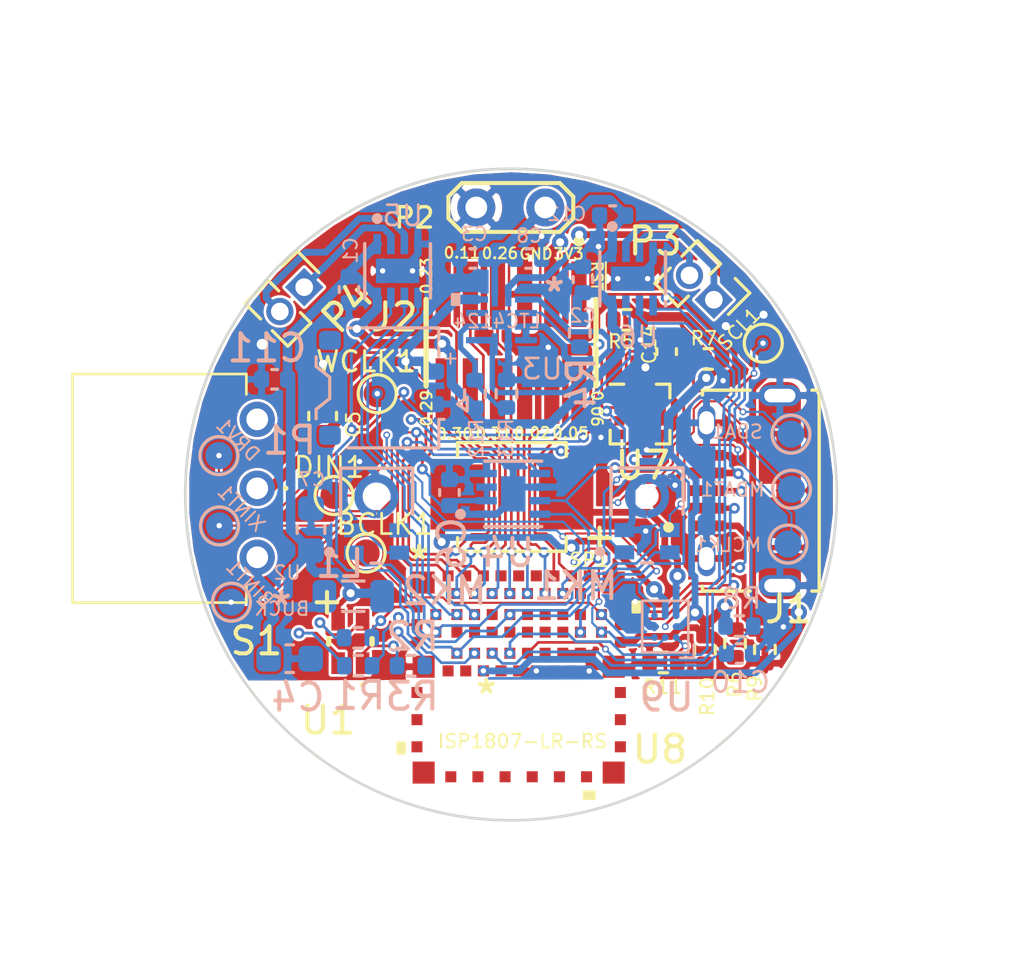
<source format=kicad_pcb>
(kicad_pcb (version 20211014) (generator pcbnew)
  (layers (0 "F.Cu" signal) (31 "B.Cu" signal) (34 "B.Paste" user) (35 "F.Paste" user) (36 "B.SilkS" user "B.Silkscreen") (37 "F.SilkS" user "F.Silkscreen") (38 "B.Mask" user) (39 "F.Mask" user) (44 "Edge.Cuts" user))
  (net 0 "")
  (net 1 "GND")
  (net 2 "+3.3V")
  (net 3 "/~{RST}")
  (net 4 "/VBAT")
  (net 5 "/SWDIO")
  (net 6 "/VBUS")
  (net 7 "/MIC_CLK")
  (net 8 "/MIC_ENABLE")
  (net 9 "/MTR2_N")
  (net 10 "/MTR2_P")
  (net 11 "/MTR1_I1")
  (net 12 "/MTR1_N")
  (net 13 "/LED_B")
  (net 14 "Net-(R1-Pad1)")
  (net 15 "Net-(R2-Pad1)")
  (net 16 "/LED_R")
  (net 17 "/LED_G")
  (net 18 "Net-(R3-Pad1)")
  (net 19 "/DRV_SLEEP")
  (net 20 "/MTR1_I2")
  (net 21 "/MTR1_P")
  (net 22 "/MTR2_I2")
  (net 23 "/MTR2_I1")
  (net 24 "Net-(U8-Pad77)")
  (net 25 "Net-(U8-Pad78)")
  (net 26 "Net-(U8-Pad65)")
  (net 27 "Net-(U8-Pad76)")
  (net 28 "Net-(U8-Pad68)")
  (net 29 "Net-(U8-Pad70)")
  (net 30 "Net-(U8-Pad72)")
  (net 31 "Net-(U8-Pad71)")
  (net 32 "Net-(U8-Pad75)")
  (net 33 "Net-(U8-Pad66)")
  (net 34 "Net-(U8-Pad67)")
  (net 35 "/SWCLK")
  (net 36 "Net-(U8-Pad69)")
  (net 37 "/MIC_DATA")
  (net 38 "Net-(U8-Pad59)")
  (net 39 "Net-(U8-Pad20)")
  (net 40 "Net-(U8-Pad10)")
  (net 41 "Net-(U8-Pad8)")
  (net 42 "Net-(U8-Pad73)")
  (net 43 "Net-(U8-Pad74)")
  (net 44 "Net-(U8-Pad61)")
  (net 45 "/Coil1")
  (net 46 "/~{CHRG}")
  (net 47 "Net-(U3-Pad9)")
  (net 48 "/CHRG_VCC")
  (net 49 "/BAT_INT")
  (net 50 "/VBAT_SW")
  (net 51 "Net-(S1-Pad3)")
  (net 52 "Net-(U8-Pad60)")
  (net 53 "Net-(U8-Pad58)")
  (net 54 "/P0_25")
  (net 55 "Net-(L1-Pad1)")
  (net 56 "/I2C_SDA")
  (net 57 "/I2C_SCL")
  (net 58 "Net-(U8-Pad52)")
  (net 59 "Net-(U8-Pad49)")
  (net 60 "/XL_INT")
  (net 61 "Net-(R6-Pad1)")
  (net 62 "Net-(R10-Pad2)")
  (net 63 "Net-(SP1-Pad2)")
  (net 64 "Net-(SP1-Pad1)")
  (net 65 "/I2S_DIN")
  (net 66 "/I2S_BCLK")
  (net 67 "/I2S_WCLK")
  (net 68 "Net-(R12-Pad2)")
  (net 69 "Net-(U8-Pad38)")
  (net 70 "Net-(U8-Pad42)")
  (net 71 "Net-(U8-Pad54)")
  (net 72 "Net-(U8-Pad62)")
  (net 73 "Net-(U8-Pad63)")
  (net 74 "Net-(U8-Pad19)")
  (net 75 "Net-(U8-Pad40)")
  (net 76 "Net-(U8-Pad64)")
  (net 77 "Net-(U8-Pad50)")
  (net 78 "Net-(U8-Pad33)")
  (net 79 "Net-(U8-Pad51)")
  (net 80 "Net-(U7-Pad6)")
  (net 81 "Net-(U7-Pad3)")
  (net 82 "/P0_06")
  (net 83 "/P0_05")
  (net 84 "/P0_15")
  (net 85 "/P0_27")
  (net 86 "/P0_11")
  (net 87 "/P0_19")
  (net 88 "/P0_23")
  (net 89 "/P1_08")
  (footprint "Connector_PinHeader_1.27mm:PinHeader_1x02_P1.27mm_Vertical" (layer "F.Cu") (at 161.07 90.125 -135)
    (fp_text reference "P3")
    (fp_text value "M2_TERM")
  )
  (footprint "Connector_PinHeader_1.27mm:PinHeader_1x02_P1.27mm_Vertical" (layer "F.Cu") (at 145.98 89.66 -45)
    (fp_text reference "P4")
    (fp_text value "M1_TERM")
  )
  (footprint "ZooidsV2:CUI_CMT-4023S-SMT-TR" (layer "F.Cu") (at 153.63 97.39)
    (fp_text reference "SP1")
    (fp_text value "SPEAKER")
  )
  (footprint "ZooidsV2:450302014072" (layer "F.Cu") (at 144.25 97.07 90)
    (fp_text reference "S1")
    (fp_text value "450302014072" hide)
  )
  (footprint "Capacitor_SMD:C_0603_1608Metric" (layer "F.Cu") (at 146.66 94.41 90)
    (fp_text reference "C5")
    (fp_text value "4.7uF")
  )
  (footprint "Capacitor_SMD:C_0402_1005Metric" (layer "F.Cu") (at 159.33 92.035 90)
    (fp_text reference "C14")
    (fp_text value "100nF")
  )
  (footprint "Resistor_SMD:R_0402_1005Metric" (layer "F.Cu") (at 161.85 102.785 -90)
    (fp_text reference "R6")
    (fp_text value "NO")
  )
  (footprint "Resistor_SMD:R_0402_1005Metric" (layer "F.Cu") (at 162.95 103.005 90)
    (fp_text reference "R9")
    (fp_text value "0R")
  )
  (footprint "Resistor_SMD:R_0402_1005Metric" (layer "F.Cu") (at 159.21 103.485)
    (fp_text reference "R11")
    (fp_text value "NO")
  )
  (footprint "TestPoint:TestPoint_Pad_D1.0mm" (layer "F.Cu") (at 147.08 97.335)
    (fp_text reference "DIN1")
    (fp_text value "TestPoint")
  )
  (footprint "TestPoint:TestPoint_Pad_D1.0mm" (layer "F.Cu") (at 148.67 93.585)
    (fp_text reference "WCLK1")
    (fp_text value "TestPoint")
  )
  (footprint "TestPoint:TestPoint_2Pads_Pitch2.54mm_Drill0.8mm" (layer "F.Cu") (at 152.32 86.725)
    (fp_text reference "P2")
    (fp_text value "COIL_TERM")
  )
  (footprint "Resistor_SMD:R_0402_1005Metric" (layer "F.Cu") (at 157.87 90.865 180)
    (fp_text reference "R5")
    (fp_text value "10K")
  )
  (footprint "Package_LGA:LGA-12_2x2mm_P0.5mm" (layer "F.Cu") (at 158.35 94.335)
    (fp_text reference "U7")
    (fp_text value "MC3419")
  )
  (footprint "Resistor_SMD:R_0402_1005Metric" (layer "F.Cu") (at 160.74 103.024999 -90)
    (fp_text reference "R10")
    (fp_text value "0R")
  )
  (footprint "ZooidsV2:ISP1807-LR-RS" (layer "F.Cu") (at 153.88 104.0415)
    (fp_text reference "U8")
    (fp_text value "ISP1807-LR-RS")
  )
  (footprint "TestPoint:TestPoint_Pad_D1.0mm" (layer "F.Cu") (at 162.89 91.725)
    (fp_text reference "SCL1")
    (fp_text value "TestPoint")
  )
  (footprint "Resistor_SMD:R_0402_1005Metric" (layer "F.Cu") (at 160.859999 92.305 180)
    (fp_text reference "R7")
    (fp_text value "10K")
  )
  (footprint "ZooidsV2:B38G3RGB10D0003H2U1930" (layer "F.Cu") (at 147.68 102.71 180)
    (fp_text reference "U1")
    (fp_text value "B38G3RGB" hide)
  )
  (footprint "ZooidsV2:SAMTEC_FTMH-106-03-L-DV" (layer "F.Cu") (at 153.6 91.705 180)
    (fp_text reference "J2")
    (fp_text value "FTMH-106-03-L-DV")
  )
  (footprint "ZooidsV2:AMPHENOL_10118194-0001LF" (layer "F.Cu") (at 163.5 97.155 90)
    (fp_text reference "J1")
    (fp_text value "10118194-0001LF")
  )
  (footprint "TestPoint:TestPoint_Pad_D1.0mm" (layer "F.Cu") (at 148.26 99.455)
    (fp_text reference "BCLK1")
    (fp_text value "TestPoint")
  )
  (footprint "Resistor_SMD:R_0402_1005Metric" (layer "B.Cu") (at 162.01 102.145)
    (fp_text reference "R8")
    (fp_text value "100K")
  )
  (footprint "TestPoint:TestPoint_Pad_D1.0mm" (layer "B.Cu") (at 163.93 97.105)
    (fp_text reference "MDAT1")
    (fp_text value "TestPoint")
  )
  (footprint "TestPoint:TestPoint_Pad_D1.0mm" (layer "B.Cu") (at 142.84 95.865)
    (fp_text reference "DRV1")
    (fp_text value "TestPoint")
  )
  (footprint "TestPoint:TestPoint_Pad_D1.0mm" (layer "B.Cu") (at 143.3 101.265)
    (fp_text reference "BINT1")
    (fp_text value "TestPoint")
  )
  (footprint "ZooidsV2:SON50P200X200X80-9N" (layer "B.Cu") (at 149.42 89.06 -90)
    (fp_text reference "U5")
    (fp_text value "DRV8837CDSGR")
  )
  (footprint "Capacitor_SMD:C_0402_1005Metric" (layer "B.Cu") (at 154.25 88.605 180)
    (fp_text reference "C8")
    (fp_text value "NO")
  )
  (footprint "Capacitor_SMD:C_0603_1608Metric" (layer "B.Cu") (at 146.23 98.59 -90)
    (fp_text reference "C7")
    (fp_text value "10uF")
  )
  (footprint "TestPoint:TestPoint_Pad_D1.0mm" (layer "B.Cu") (at 163.91 95.075)
    (fp_text reference "SDA1")
    (fp_text value "TestPoint")
  )
  (footprint "Capacitor_SMD:C_0402_1005Metric" (layer "B.Cu") (at 162.01 103.155)
    (fp_text reference "C10")
    (fp_text value "100nF")
  )
  (footprint "Capacitor_SMD:C_0402_1005Metric" (layer "B.Cu") (at 152.19 88.605)
    (fp_text reference "C3")
    (fp_text value "NO")
  )
  (footprint "Capacitor_SMD:C_0402_1005Metric" (layer "B.Cu") (at 157.34 87.025)
    (fp_text reference "C12")
    (fp_text value "100nF")
  )
  (footprint "Resistor_SMD:R_0402_1005Metric" (layer "B.Cu") (at 147.96 102.575)
    (fp_text reference "R2")
    (fp_text value "180R")
  )
  (footprint "Connector_JST:JST_ACH_BM02B-ACHSS-GAN-ETF_1x02-1MP_P1.20mm_Vertical" (layer "B.Cu") (at 148.83 93.37 90)
    (fp_text reference "P1")
    (fp_text value "BATT_TERM")
  )
  (footprint "Capacitor_SMD:C_0603_1608Metric" (layer "B.Cu") (at 145.445 103.345 180)
    (fp_text reference "C4")
    (fp_text value "4.7uF")
  )
  (footprint "ZooidsV2:LTC4124EV-TRMPBF" (layer "B.Cu") (at 153.2483 90.865001 180)
    (fp_text reference "U3")
    (fp_text value "LTC4124")
  )
  (footprint "ZooidsV2:MIC_ICS-41350" (layer "B.Cu") (at 158.61 98.068)
    (fp_text reference "MK1")
    (fp_text value "ICS-41352")
  )
  (footprint "ZooidsV2:MIC_ICS-41350" (layer "B.Cu") (at 148.6455 98.078)
    (fp_text reference "MK2")
    (fp_text value "ICS-41352")
  )
  (footprint "Inductor_SMD:L_0805_2012Metric" (layer "B.Cu") (at 147.7875 101.045)
    (fp_text reference "L1")
    (fp_text value "2.2u")
  )
  (footprint "TestPoint:TestPoint_Pad_D1.0mm" (layer "B.Cu") (at 163.8 99.125)
    (fp_text reference "MCLK1")
    (fp_text value "TestPoint")
  )
  (footprint "Package_BGA:Maxim_WLP-9_1.595x1.415_Layout3x3_P0.4mm_Ball0.27mm_Pad0.25mm_NSMD" (layer "B.Cu") (at 159.28 102.165 90)
    (fp_text reference "U9")
    (fp_text value "MAX98357A")
  )
  (footprint "ZooidsV2:SON50P200X200X80-9N" (layer "B.Cu") (at 153.68 97.275)
    (fp_text reference "U4")
    (fp_text value "MAX17048G+T10")
  )
  (footprint "Capacitor_SMD:C_0402_1005Metric" (layer "B.Cu") (at 147.63 89.75 -90)
    (fp_text reference "C1")
    (fp_text value "100nF")
  )
  (footprint "ZooidsV2:SON50P200X200X80-9N" (layer "B.Cu") (at 158.08 89.35 -90)
    (fp_text reference "U6")
    (fp_text value "DRV8837CDSGR")
  )
  (footprint "Resistor_SMD:R_0402_1005Metric" (layer "B.Cu") (at 156.13 91.345 -90)
    (fp_text reference "R4")
    (fp_text value "10K")
  )
  (footprint "Resistor_SMD:R_0402_1005Metric" (layer "B.Cu") (at 153.43 93.585 90)
    (fp_text reference "R13")
    (fp_text value "0R")
  )
  (footprint "Capacitor_SMD:C_0402_1005Metric" (layer "B.Cu") (at 151.33 97.225 -90)
    (fp_text reference "C6")
    (fp_text value "100nF")
  )
  (footprint "Resistor_SMD:R_0402_1005Metric" (layer "B.Cu") (at 149.91 103.605)
    (fp_text reference "R3")
    (fp_text value "50R")
  )
  (footprint "ZooidsV2:LM3671TLX-3.3&slash_NOPB" (layer "B.Cu") (at 145.14 101.425)
    (fp_text reference "U2")
    (fp_text value "BUCK")
  )
  (footprint "Resistor_SMD:R_0402_1005Metric" (layer "B.Cu") (at 147.970001 103.605)
    (fp_text reference "R1")
    (fp_text value "50R")
  )
  (footprint "Capacitor_SMD:C_0402_1005Metric" (layer "B.Cu") (at 156.25 89.385 90)
    (fp_text reference "C2")
    (fp_text value "100nF")
  )
  (footprint "Resistor_SMD:R_0402_1005Metric" (layer "B.Cu") (at 152.27 93.595 90)
    (fp_text reference "R12")
    (fp_text value "NO")
  )
  (footprint "Capacitor_SMD:C_0402_1005Metric" (layer "B.Cu") (at 144.89 93.055)
    (fp_text reference "C11")
    (fp_text value "100nF")
  )
  (footprint "TestPoint:TestPoint_Pad_D1.0mm" (layer "B.Cu") (at 142.86 98.455)
    (fp_text reference "XINT1")
    (fp_text value "TestPoint")
  )
  (gr_circle (center 153.6 97.3) (end 165.6 97.3) (layer "Edge.Cuts") (width 0.1) (fill none))
  (gr_text "+" (at 151.37 92.255) (layer "B.SilkS") (effects (font (size 0.5 0.5) (thickness 0.075)) (justify mirror)))
  (gr_text "0.23" (at 150.48 89.245 90) (layer "F.SilkS") (effects (font (size 0.4 0.4) (thickness 0.075))))
  (gr_text "0.06" (at 156.76 94.135 -90) (layer "F.SilkS") (effects (font (size 0.4 0.4) (thickness 0.075))))
  (gr_text "0.02" (at 154.38 95.025) (layer "F.SilkS") (effects (font (size 0.4 0.4) (thickness 0.075))))
  (gr_text "0.26" (at 153.19 88.415) (layer "F.SilkS") (effects (font (size 0.4 0.4) (thickness 0.075))))
  (gr_text "3V3" (at 155.72 88.435) (layer "F.SilkS") (effects (font (size 0.4 0.4) (thickness 0.075))))
  (gr_text "~{RST}" (at 156.76 89.245 270) (layer "F.SilkS") (effects (font (size 0.4 0.4) (thickness 0.075))))
  (gr_text "0.31" (at 152.96 95.045) (layer "F.SilkS") (effects (font (size 0.4 0.4) (thickness 0.075))))
  (gr_text "GND" (at 154.52 88.435) (layer "F.SilkS") (effects (font (size 0.4 0.4) (thickness 0.075))))
  (gr_text "0.29" (at 150.49 94.125 90) (layer "F.SilkS") (effects (font (size 0.4 0.4) (thickness 0.075))))
  (gr_text "0.30" (at 151.52 95.065) (layer "F.SilkS") (effects (font (size 0.4 0.4) (thickness 0.075))))
  (gr_text "0.11" (at 151.79 88.395) (layer "F.SilkS") (effects (font (size 0.4 0.4) (thickness 0.075))))
  (gr_text "+" (at 146.82 101.195) (layer "F.SilkS") (effects (font (size 1 1))))
  (gr_text "0.05" (at 155.79 95.035) (layer "F.SilkS") (effects (font (size 0.4 0.4) (thickness 0.075))))
  (segment (start 158.36 91.605) (end 159.28 91.605) (width 0.35) (layer "F.Cu") (net 1))
  (segment (start 157.380001 103.6415) (end 156.6335 103.6415) (width 0.25) (layer "F.Cu") (net 1))
  (segment (start 164.62 100.655) (end 164.72 100.555) (width 0.25) (layer "F.Cu") (net 1))
  (segment (start 157.505012 92.349988) (end 157.505012 92.030237) (width 0.35) (layer "F.Cu") (net 1))
  (segment (start 157.505012 92.030237) (end 157.930249 91.605) (width 0.35) (layer "F.Cu") (net 1))
  (segment (start 156.47791 103.46791) (end 156.47791 103.80029) (width 0.25) (layer "F.Cu") (net 1))
  (segment (start 159.0925 94.595) (end 158.734998 94.595) (width 0.35) (layer "F.Cu") (net 1))
  (segment (start 156.155 103.145) (end 156.47791 103.46791) (width 0.25) (layer "F.Cu") (net 1))
  (segment (start 156.6335 103.6415) (end 156.48 103.795) (width 0.25) (layer "F.Cu") (net 1))
  (segment (start 163.5 93.655) (end 163.5 92.835) (width 0.25) (layer "F.Cu") (net 1))
  (segment (start 163.5 92.835) (end 163.63 92.705) (width 0.25) (layer "F.Cu") (net 1))
  (segment (start 162.95 103.515) (end 162.95 103.785) (width 0.25) (layer "F.Cu") (net 1))
  (segment (start 159.0925 94.095) (end 159.0925 94.595) (width 0.35) (layer "F.Cu") (net 1))
  (segment (start 159.28 91.605) (end 159.33 91.555) (width 0.35) (layer "F.Cu") (net 1))
  (segment (start 160.8 95.855) (end 161.55 95.855) (width 0.2) (layer "F.Cu") (net 1))
  (segment (start 164.63 93.655) (end 163.5 93.655) (width 0.25) (layer "F.Cu") (net 1))
  (segment (start 157.930249 91.605) (end 158.36 91.605) (width 0.35) (layer "F.Cu") (net 1))
  (segment (start 161.82 96.125) (end 161.93 96.125) (width 0.2) (layer "F.Cu") (net 1))
  (segment (start 161.55 95.855) (end 161.82 96.125) (width 0.2) (layer "F.Cu") (net 1))
  (segment (start 157.37 92.485) (end 157.505012 92.349988) (width 0.35) (layer "F.Cu") (net 1))
  (segment (start 163.5 100.655) (end 164.62 100.655) (width 0.25) (layer "F.Cu") (net 1))
  (via (at 158.56 98.645) (size 0.4) (drill 0.2) (layers "F.Cu" "B.Cu") (net 1))
  (via (at 161.41 93.105) (size 0.4) (drill 0.2) (layers "F.Cu" "B.Cu") (net 1))
  (via (at 158.36 91.605) (size 0.4) (drill 0.2) (layers "F.Cu" "B.Cu") (net 1))
  (via (at 158.55 92.615) (size 0.6) (drill 0.3) (layers "F.Cu" "B.Cu") (net 1))
  (via (at 158.17 101.245) (size 0.4) (drill 0.2) (layers "F.Cu" "B.Cu") (net 1))
  (via (at 156.91 95.195) (size 0.4) (drill 0.2) (layers "F.Cu" "B.Cu") (net 1))
  (via (at 158.59 95.655) (size 0.4) (drill 0.2) (layers "F.Cu" "B.Cu") (net 1))
  (via (at 156.47791 103.80029) (size 0.4) (drill 0.2) (layers "F.Cu" "B.Cu") (net 1))
  (via (at 162.9 90.675) (size 0.6) (drill 0.3) (layers "F.Cu" "B.Cu") (net 1))
  (via (at 154.73 87.785) (size 0.4) (drill 0.2) (layers "F.Cu" "B.Cu") (net 1))
  (via (at 144.43 91.765) (size 0.8) (drill 0.4) (layers "F.Cu" "B.Cu") (net 1))
  (via (at 159.64 96.955) (size 0.4) (drill 0.2) (layers "F.Cu" "B.Cu") (net 1))
  (via (at 148.02 96.085) (size 0.4) (drill 0.2) (layers "F.Cu" "B.Cu") (net 1))
  (via (at 163.63 102.175) (size 0.4) (drill 0.2) (layers "F.Cu" "B.Cu") (net 1))
  (via (at 146.67 92.485) (size 0.6) (drill 0.3) (layers "F.Cu" "B.Cu") (net 1))
  (via (at 154.97 91.875) (size 0.4) (drill 0.2) (layers "F.Cu" "B.Cu") (net 1))
  (via (at 154.53 103.795) (size 0.4) (drill 0.2) (layers "F.Cu" "B.Cu") (net 1))
  (via (at 161.51 91.095) (size 0.6) (drill 0.3) (layers "F.Cu" "B.Cu") (net 1))
  (via (at 156.82 88.165) (size 0.4) (drill 0.2) (layers "F.Cu" "B.Cu") (net 1))
  (segment (start 163.23 102.455) (end 162.53 103.155) (width 0.2) (layer "B.Cu") (net 1))
  (segment (start 158.059999 97.090999) (end 158.345999 96.804999) (width 0.25) (layer "B.Cu") (net 1))
  (segment (start 158.83 88.365) (end 158.83 88.735) (width 0.25) (layer "B.Cu") (net 1))
  (segment (start 153.93 97.025) (end 154.665 97.025) (width 0.25) (layer "B.Cu") (net 1))
  (segment (start 157.7725 98.607) (end 158.059999 98.319501) (width 0.25) (layer "B.Cu") (net 1))
  (segment (start 153.68 97.275) (end 153.68 97.42) (width 0.25) (layer "B.Cu") (net 1))
  (segment (start 153.68 97.275) (end 153.93 97.025) (width 0.25) (layer "B.Cu") (net 1))
  (segment (start 153.4983 91.115001) (end 153.4983 91.766701) (width 0.25) (layer "B.Cu") (net 1))
  (segment (start 153.2483 90.865001) (end 153.4983 91.115001) (width 0.25) (layer "B.Cu") (net 1))
  (segment (start 158.17 101.631776) (end 158.17 101.245) (width 0.25) (layer "B.Cu") (net 1))
  (segment (start 158.345999 96.804999) (end 158.474501 96.804999) (width 0.25) (layer "B.Cu") (net 1))
  (segment (start 162.53 103.155) (end 162.49 103.155) (width 0.2) (layer "B.Cu") (net 1))
  (segment (start 158.83 88.735) (end 158.215 89.35) (width 0.25) (layer "B.Cu") (net 1))
  (segment (start 153.4983 91.766701) (end 153.4983 93.0067) (width 0.25) (layer "B.Cu") (net 1))
  (segment (start 159.65 97.085) (end 159.25 96.685) (width 0.25) (layer "B.Cu") (net 1))
  (segment (start 148.63 96.695) (end 148.63 96.565) (width 0.25) (layer "B.Cu") (net 1))
  (segment (start 150.17 88.445) (end 149.555 89.06) (width 0.25) (layer "B.Cu") (net 1))
  (segment (start 158.88 102.165) (end 158.703224 102.165) (width 0.25) (layer "B.Cu") (net 1))
  (segment (start 153.68 97.42) (end 153.075 98.025) (width 0.25) (layer "B.Cu") (net 1))
  (segment (start 158.059999 98.319501) (end 158.059999 97.090999) (width 0.25) (layer "B.Cu") (net 1))
  (segment (start 159.25 96.685) (end 158.5945 96.685) (width 0.25) (layer "B.Cu") (net 1))
  (segment (start 150.17 88.075) (end 150.17 88.445) (width 0.25) (layer "B.Cu") (net 1))
  (segment (start 148.63 96.565) (end 148.33 96.265) (width 0.25) (layer "B.Cu") (net 1))
  (segment (start 149.555 89.06) (end 149.42 89.06) (width 0.25) (layer "B.Cu") (net 1))
  (segment (start 158.703224 102.165) (end 158.17 101.631776) (width 0.25) (layer "B.Cu") (net 1))
  (segment (start 153.075 98.025) (end 152.695 98.025) (width 0.25) (layer "B.Cu") (net 1))
  (segment (start 158.215 89.35) (end 158.08 89.35) (width 0.25) (layer "B.Cu") (net 1))
  (segment (start 153.4983 93.0067) (end 153.43 93.075) (width 0.25) (layer "B.Cu") (net 1))
  (segment (start 158.474501 96.804999) (end 158.5945 96.685) (width 0.25) (layer "B.Cu") (net 1))
  (segment (start 147.92 91.195) (end 147.92 91.195) (width 0.35) (layer "F.Cu") (net 2))
  (segment (start 155.1 89.925) (end 155.1 88.314016) (width 0.35) (layer "F.Cu") (net 2))
  (segment (start 159.0925 95.095) (end 159.307788 95.095) (width 0.25) (layer "F.Cu") (net 2))
  (segment (start 161.069999 102.514999) (end 161.85 103.295) (width 0.35) (layer "F.Cu") (net 2))
  (segment (start 160.430001 102.205) (end 159.82 102.205) (width 0.25) (layer "F.Cu") (net 2))
  (segment (start 159.08 93.5825) (end 159.0925 93.595) (width 0.35) (layer "F.Cu") (net 2))
  (segment (start 159.61 94.792788) (end 159.61 93.844998) (width 0.25) (layer "F.Cu") (net 2))
  (segment (start 161.369999 92.305) (end 161.369999 92.084999) (width 0.35) (layer "F.Cu") (net 2))
  (segment (start 147.69 100.935) (end 147.23 101.395) (width 0.2) (layer "F.Cu") (net 2))
  (segment (start 159.61 93.844998) (end 159.360002 93.595) (width 0.25) (layer "F.Cu") (net 2))
  (segment (start 158.31002 96.175) (end 158.89 96.175) (width 0.25) (layer "F.Cu") (net 2))
  (segment (start 160.74 102.514999) (end 160.430001 102.205) (width 0.25) (layer "F.Cu") (net 2))
  (segment (start 158.27 90.755) (end 157.78499 90.26999) (width 0.35) (layer "F.Cu") (net 2))
  (segment (start 158.09 102.745) (end 157.63 102.745) (width 0.25) (layer "F.Cu") (net 2))
  (segment (start 157.78499 90.26999) (end 157.055168 90.26999) (width 0.35) (layer "F.Cu") (net 2))
  (segment (start 160.74 102.010401) (end 160.376365 101.646766) (width 0.35) (layer "F.Cu") (net 2))
  (segment (start 156.71 90.615158) (end 156.71 91.211998) (width 0.35) (layer "F.Cu") (net 2))
  (segment (start 160.74 102.157666) (end 161.476387 101.421279) (width 0.35) (layer "F.Cu") (net 2))
  (segment (start 156.441998 91.48) (end 155.73 91.48) (width 0.35) (layer "F.Cu") (net 2))
  (segment (start 161.369999 92.305) (end 161.369999 92.425001) (width 0.35) (layer "F.Cu") (net 2))
  (segment (start 158.31 102.525) (end 158.09 102.745) (width 0.25) (layer "F.Cu") (net 2))
  (segment (start 147.23 101.395) (end 147.23 101.91) (width 0.2) (layer "F.Cu") (net 2))
  (segment (start 159.360002 93.595) (end 159.0925 93.595) (width 0.25) (layer "F.Cu") (net 2))
  (segment (start 160.74 102.514999) (end 160.74 102.157666) (width 0.35) (layer "F.Cu") (net 2))
  (segment (start 157.055168 90.26999) (end 156.71 90.615158) (width 0.35) (layer "F.Cu") (net 2))
  (segment (start 155.73 91.48) (end 155.1 90.85) (width 0.35) (layer "F.Cu") (net 2))
  (segment (start 155.1 90.85) (end 155.1 89.925) (width 0.35) (layer "F.Cu") (net 2))
  (segment (start 161.369999 92.084999) (end 160.04 90.755) (width 0.35) (layer "F.Cu") (net 2))
  (segment (start 159.1125 93.585) (end 159.32 93.3775) (width 0.35) (layer "F.Cu") (net 2))
  (segment (start 161.369999 92.425001) (end 160.79 93.005) (width 0.35) (layer "F.Cu") (net 2))
  (segment (start 160.74 102.514999) (end 161.069999 102.514999) (width 0.35) (layer "F.Cu") (net 2))
  (segment (start 159.0925 95.9725) (end 159.0925 95.095) (width 0.25) (layer "F.Cu") (net 2))
  (segment (start 160.74 102.514999) (end 160.74 102.010401) (width 0.35) (layer "F.Cu") (net 2))
  (segment (start 159.307788 95.095) (end 159.61 94.792788) (width 0.25) (layer "F.Cu") (net 2))
  (segment (start 157.63 102.745) (end 157.6265 102.7415) (width 0.25) (layer "F.Cu") (net 2))
  (segment (start 161.476387 101.378613) (end 161.476387 101.421279) (width 0.35) (layer "F.Cu") (net 2))
  (segment (start 151.06 91.745) (end 148.47 91.745) (width 0.35) (layer "F.Cu") (net 2))
  (segment (start 156.71 91.211998) (end 156.441998 91.48) (width 0.35) (layer "F.Cu") (net 2))
  (segment (start 158.89 96.175) (end 159.0925 95.9725) (width 0.25) (layer "F.Cu") (net 2))
  (segment (start 160.04 90.755) (end 158.27 90.755) (width 0.35) (layer "F.Cu") (net 2))
  (segment (start 159.82 102.205) (end 159.5 102.525) (width 0.25) (layer "F.Cu") (net 2))
  (segment (start 159.5 102.525) (end 158.31 102.525) (width 0.25) (layer "F.Cu") (net 2))
  (segment (start 155.1 88.314016) (end 155.406874 88.007142) (width 0.35) (layer "F.Cu") (net 2))
  (segment (start 158.14001 96.00499) (end 158.31002 96.175) (width 0.25) (layer "F.Cu") (net 2))
  (segment (start 161.5 101.355) (end 161.476387 101.378613) (width 0.35) (layer "F.Cu") (net 2))
  (segment (start 159.32 93.3775) (end 159.32 92.515) (width 0.35) (layer "F.Cu") (net 2))
  (segment (start 148.47 91.745) (end 147.92 91.195) (width 0.35) (layer "F.Cu") (net 2))
  (via (at 161.476387 101.421279) (size 0.6) (drill 0.3) (layers "F.Cu" "B.Cu") (net 2))
  (via (at 147.92 91.195) (size 0.6) (drill 0.3) (layers "F.Cu" "B.Cu") (net 2))
  (via (at 158.14001 96.00499) (size 0.4) (drill 0.2) (layers "F.Cu" "B.Cu") (net 2))
  (via (at 151.06 91.745) (size 0.6) (drill 0.3) (layers "F.Cu" "B.Cu") (net 2))
  (via (at 155.406874 88.007142) (size 0.6) (drill 0.3) (layers "F.Cu" "B.Cu") (net 2))
  (via (at 160.376365 101.646766) (size 0.6) (drill 0.3) (layers "F.Cu" "B.Cu") (net 2))
  (via (at 147.69 100.935) (size 0.6) (drill 0.3) (layers "F.Cu" "B.Cu") (net 2))
  (via (at 160.79 93.005) (size 0.6) (drill 0.3) (layers "F.Cu" "B.Cu") (net 2))
  (segment (start 147.69 100.935) (end 147.69 100.935) (width 0.2) (layer "B.Cu") (net 2))
  (segment (start 160.24999 100.207821) (end 160.376365 100.334196) (width 0.25) (layer "B.Cu") (net 2))
  (segment (start 151.06 91.745) (end 151.06 91.745) (width 0.35) (layer "B.Cu") (net 2))
  (segment (start 156.25 89.865) (end 156.86 89.865) (width 0.35) (layer "B.Cu") (net 2))
  (segment (start 158.130341 96.014659) (end 158.14001 96.00499) (width 0.35) (layer "B.Cu") (net 2))
  (segment (start 157.33 91.132651) (end 157.33 90.335) (width 0.35) (layer "B.Cu") (net 2))
  (segment (start 161.5 101.444892) (end 161.476387 101.421279) (width 0.35) (layer "B.Cu") (net 2))
  (segment (start 159.858131 102.165) (end 160.376365 101.646766) (width 0.25) (layer "B.Cu") (net 2))
  (segment (start 152.27 94.375) (end 152.595009 94.700009) (width 0.35) (layer "B.Cu") (net 2))
  (segment (start 159.124989 96.080001) (end 158.215021 96.080001) (width 0.25) (layer "B.Cu") (net 2))
  (segment (start 148.74 100.935) (end 148.85 101.045) (width 0.35) (layer "B.Cu") (net 2))
  (segment (start 147.69 100.715) (end 147.69 100.935) (width 0.35) (layer "B.Cu") (net 2))
  (segment (start 147.5 100.525) (end 147.69 100.715) (width 0.35) (layer "B.Cu") (net 2))
  (segment (start 156.86 88.835) (end 157.33 88.365) (width 0.35) (layer "B.Cu") (net 2))
  (segment (start 157.82 87.025) (end 157.23499 86.43999) (width 0.35) (layer "B.Cu") (net 2))
  (segment (start 147.5 100.521716) (end 147.5 100.525) (width 0.35) (layer "B.Cu") (net 2))
  (segment (start 155.02734 94.700009) (end 157.615013 92.112336) (width 0.35) (layer "B.Cu") (net 2))
  (segment (start 146.23 99.365) (end 145.47999 98.61499) (width 0.35) (layer "B.Cu") (net 2))
  (segment (start 145.39 100.205) (end 146.23 99.365) (width 0.35) (layer "B.Cu") (net 2))
  (segment (start 147.63 89.27) (end 147.895 89.27) (width 0.35) (layer "B.Cu") (net 2))
  (segment (start 159.4 95.80499) (end 159.124989 96.080001) (width 0.25) (layer "B.Cu") (net 2))
  (segment (start 159.468914 95.80499) (end 160.415013 96.751089) (width 0.25) (layer "B.Cu") (net 2))
  (segment (start 145.39 100.992) (end 145.39 100.205) (width 0.35) (layer "B.Cu") (net 2))
  (segment (start 148.67 90.445) (end 148.67 90.045) (width 0.35) (layer "B.Cu") (net 2))
  (segment (start 151.40501 93.24001) (end 151.40501 92.09001) (width 0.35) (layer "B.Cu") (net 2))
  (segment (start 156.86 89.865) (end 156.86 88.835) (width 0.35) (layer "B.Cu") (net 2))
  (segment (start 159.4 95.80499) (end 159.468914 95.80499) (width 0.25) (layer "B.Cu") (net 2))
  (segment (start 159.4 95.80499) (end 159.4 94.395) (width 0.35) (layer "B.Cu") (net 2))
  (segment (start 160.415013 96.751089) (end 160.415012 97.885916) (width 0.25) (layer "B.Cu") (net 2))
  (segment (start 158.215021 96.080001) (end 158.14001 96.00499) (width 0.25) (layer "B.Cu") (net 2))
  (segment (start 146.40499 100.16999) (end 147.148274 100.16999) (width 0.35) (layer "B.Cu") (net 2))
  (segment (start 158.130341 96.045) (end 158.130341 96.014659) (width 0.35) (layer "B.Cu") (net 2))
  (segment (start 147.63 89.27) (end 145.37 91.53) (width 0.35) (layer "B.Cu") (net 2))
  (segment (start 157.33 87.515) (end 157.82 87.025) (width 0.35) (layer "B.Cu") (net 2))
  (segment (start 157.33 88.365) (end 157.33 87.515) (width 0.35) (layer "B.Cu") (net 2))
  (segment (start 151.40501 92.09001) (end 151.06 91.745) (width 0.35) (layer "B.Cu") (net 2))
  (segment (start 160.24999 98.050938) (end 160.24999 100.207821) (width 0.25) (layer "B.Cu") (net 2))
  (segment (start 147.92 91.195) (end 148.67 90.445) (width 0.35) (layer "B.Cu") (net 2))
  (segment (start 152.27 94.105) (end 151.40501 93.24001) (width 0.35) (layer "B.Cu") (net 2))
  (segment (start 160.376365 100.334196) (end 160.376365 101.646766) (width 0.25) (layer "B.Cu") (net 2))
  (segment (start 145.37 91.53) (end 145.37 93.055) (width 0.35) (layer "B.Cu") (net 2))
  (segment (start 156.04 90.785) (end 156.04 90.075) (width 0.35) (layer "B.Cu") (net 2))
  (segment (start 159.68 102.165) (end 159.858131 102.165) (width 0.25) (layer "B.Cu") (net 2))
  (segment (start 148.67 88.075) (end 147.63 89.115) (width 0.35) (layer "B.Cu") (net 2))
  (segment (start 147.148274 100.16999) (end 147.5 100.521716) (width 0.35) (layer "B.Cu") (net 2))
  (segment (start 157.23499 86.43999) (end 156.548096 86.43999) (width 0.35) (layer "B.Cu") (net 2))
  (segment (start 147.63 89.115) (end 147.63 89.27) (width 0.35) (layer "B.Cu") (net 2))
  (segment (start 156.04 90.075) (end 156.25 89.865) (width 0.35) (layer "B.Cu") (net 2))
  (segment (start 146.23 99.995) (end 146.40499 100.16999) (width 0.35) (layer "B.Cu") (net 2))
  (segment (start 145.47999 93.16499) (end 145.37 93.055) (width 0.35) (layer "B.Cu") (net 2))
  (segment (start 146.23 99.365) (end 146.23 99.995) (width 0.35) (layer "B.Cu") (net 2))
  (segment (start 152.595009 94.700009) (end 155.02734 94.700009) (width 0.35) (layer "B.Cu") (net 2))
  (segment (start 156.86 89.865) (end 157.33 90.335) (width 0.35) (layer "B.Cu") (net 2))
  (segment (start 161.5 102.145) (end 161.5 101.444892) (width 0.35) (layer "B.Cu") (net 2))
  (segment (start 152.27 94.105) (end 152.27 94.375) (width 0.35) (layer "B.Cu") (net 2))
  (segment (start 159.4 94.395) (end 160.79 93.005) (width 0.35) (layer "B.Cu") (net 2))
  (segment (start 147.895 89.27) (end 148.67 90.045) (width 0.35) (layer "B.Cu") (net 2))
  (segment (start 147.69 100.935) (end 148.74 100.935) (width 0.35) (layer "B.Cu") (net 2))
  (segment (start 157.615013 92.112336) (end 157.615013 91.417664) (width 0.35) (layer "B.Cu") (net 2))
  (segment (start 145.47999 98.61499) (end 145.47999 93.16499) (width 0.35) (layer "B.Cu") (net 2))
  (segment (start 156.548096 86.43999) (end 155.406874 87.581212) (width 0.35) (layer "B.Cu") (net 2))
  (segment (start 155.406874 87.581212) (end 155.406874 88.007142) (width 0.35) (layer "B.Cu") (net 2))
  (segment (start 157.615013 91.417664) (end 157.33 91.132651) (width 0.35) (layer "B.Cu") (net 2))
  (segment (start 160.415012 97.885916) (end 160.24999 98.050938) (width 0.25) (layer "B.Cu") (net 2))
  (segment (start 159.19594 89.925) (end 156.1 89.925) (width 0.1) (layer "F.Cu") (net 3))
  (segment (start 159.31797 90.04703) (end 159.19594 89.925) (width 0.1) (layer "F.Cu") (net 3))
  (segment (start 160.8 96.505) (end 161.939152 96.505) (width 0.25) (layer "F.Cu") (net 3))
  (segment (start 161.939152 96.505) (end 161.966453 96.532301) (width 0.25) (layer "F.Cu") (net 3))
  (via (at 161.966453 96.532301) (size 0.4) (drill 0.2) (layers "F.Cu" "B.Cu") (net 3))
  (via (at 159.31797 90.04703) (size 0.4) (drill 0.2) (layers "F.Cu" "B.Cu") (net 3))
  (via (at 152.905012 103.145) (size 0.4) (drill 0.2) (layers "F.Cu" "B.Cu") (net 3))
  (segment (start 161.212858 103.155) (end 160.772836 103.595022) (width 0.1) (layer "B.Cu") (net 3))
  (segment (start 153.787085 103.519989) (end 153.280001 103.519989) (width 0.1) (layer "B.Cu") (net 3))
  (segment (start 162.52 102.165) (end 161.53 103.155) (width 0.1) (layer "B.Cu") (net 3))
  (segment (start 159.31797 90.04703) (end 159.68203 90.04703) (width 0.1) (layer "B.Cu") (net 3))
  (segment (start 162.52 102.145) (end 162.45 102.075) (width 0.1) (layer "B.Cu") (net 3))
  (segment (start 160.772836 103.595022) (end 157.290568 103.595022) (width 0.1) (layer "B.Cu") (net 3))
  (segment (start 159.68203 90.04703) (end 162.204988 92.569988) (width 0.1) (layer "B.Cu") (net 3))
  (segment (start 161.53 103.155) (end 161.212858 103.155) (width 0.1) (layer "B.Cu") (net 3))
  (segment (start 153.280001 103.519989) (end 152.905012 103.145) (width 0.1) (layer "B.Cu") (net 3))
  (segment (start 161.839998 95.177998) (end 161.675027 95.342969) (width 0.1) (layer "B.Cu") (net 3))
  (segment (start 162.52 102.145) (end 162.52 102.165) (width 0.1) (layer "B.Cu") (net 3))
  (segment (start 162.204988 92.569988) (end 162.204988 93.793008) (width 0.1) (layer "B.Cu") (net 3))
  (segment (start 156.790534 103.094988) (end 154.212086 103.094988) (width 0.1) (layer "B.Cu") (net 3))
  (segment (start 162.45 97.015848) (end 161.966453 96.532301) (width 0.1) (layer "B.Cu") (net 3))
  (segment (start 161.675027 96.240875) (end 161.966453 96.532301) (width 0.1) (layer "B.Cu") (net 3))
  (segment (start 162.45 102.075) (end 162.45 97.015848) (width 0.1) (layer "B.Cu") (net 3))
  (segment (start 161.675027 95.342969) (end 161.675027 96.240875) (width 0.1) (layer "B.Cu") (net 3))
  (segment (start 161.53 103.155) (end 161.53 103.135) (width 0.25) (layer "B.Cu") (net 3))
  (segment (start 157.290568 103.595022) (end 156.790534 103.094988) (width 0.1) (layer "B.Cu") (net 3))
  (segment (start 162.204988 93.793008) (end 161.839998 94.157998) (width 0.1) (layer "B.Cu") (net 3))
  (segment (start 161.839998 94.157998) (end 161.839998 95.177998) (width 0.1) (layer "B.Cu") (net 3))
  (segment (start 154.212086 103.094988) (end 153.787085 103.519989) (width 0.1) (layer "B.Cu") (net 3))
  (segment (start 147.49 93.205) (end 147.49 94.325) (width 0.35) (layer "F.Cu") (net 4))
  (segment (start 149.71 92.395) (end 148.3 92.395) (width 0.35) (layer "F.Cu") (net 4))
  (segment (start 149.71 92.395) (end 150.661484 93.346484) (width 0.1) (layer "F.Cu") (net 4))
  (segment (start 144.25 97.07) (end 144.745 97.07) (width 0.35) (layer "F.Cu") (net 4))
  (segment (start 144.745 97.07) (end 147.49 94.325) (width 0.35) (layer "F.Cu") (net 4))
  (segment (start 150.661484 93.346484) (end 150.661484 95.750662) (width 0.1) (layer "F.Cu") (net 4))
  (segment (start 150.329988 96.082158) (end 150.329988 96.365) (width 0.1) (layer "F.Cu") (net 4))
  (segment (start 149.42 92.395) (end 149.71 92.395) (width 0.35) (layer "F.Cu") (net 4))
  (segment (start 150.661484 95.750662) (end 150.329988 96.082158) (width 0.1) (layer "F.Cu") (net 4))
  (segment (start 148.3 92.395) (end 147.49 93.205) (width 0.35) (layer "F.Cu") (net 4))
  (via (at 150.329988 96.365) (size 0.4) (drill 0.2) (layers "F.Cu" "B.Cu") (net 4))
  (via (at 149.71 92.395) (size 0.6) (drill 0.3) (layers "F.Cu" "B.Cu") (net 4))
  (segment (start 150.705 92.77) (end 150.705 92.8) (width 0.35) (layer "B.Cu") (net 4))
  (segment (start 151.51 97.525) (end 151.33 97.705) (width 0.2) (layer "B.Cu") (net 4))
  (segment (start 150.705 92.77) (end 150.33 92.395) (width 0.35) (layer "B.Cu") (net 4))
  (segment (start 150.61 96.645012) (end 150.329988 96.365) (width 0.1) (layer "B.Cu") (net 4))
  (segment (start 152.695 97.025) (end 152.695 97.525) (width 0.2) (layer "B.Cu") (net 4))
  (segment (start 150.61 97.295) (end 150.61 96.645012) (width 0.1) (layer "B.Cu") (net 4))
  (segment (start 152.3466 90.115) (end 151.5902 90.115) (width 0.35) (layer "B.Cu") (net 4))
  (segment (start 150.33 92.395) (end 149.71 92.395) (width 0.35) (layer "B.Cu") (net 4))
  (segment (start 151.33 97.705) (end 151.02 97.705) (width 0.1) (layer "B.Cu") (net 4))
  (segment (start 151.02 97.705) (end 150.61 97.295) (width 0.1) (layer "B.Cu") (net 4))
  (segment (start 149.71 91.9952) (end 149.71 92.395) (width 0.35) (layer "B.Cu") (net 4))
  (segment (start 151.5902 90.115) (end 149.71 91.9952) (width 0.35) (layer "B.Cu") (net 4))
  (segment (start 152.695 97.525) (end 151.51 97.525) (width 0.2) (layer "B.Cu") (net 4))
  (segment (start 160.328851 100.775011) (end 161.235069 100.77501) (width 0.1) (layer "F.Cu") (net 5))
  (segment (start 161.368429 100.64165) (end 161.804752 100.64165) (width 0.1) (layer "F.Cu") (net 5))
  (segment (start 161.235069 100.77501) (end 161.368429 100.64165) (width 0.1) (layer "F.Cu") (net 5))
  (segment (start 160.8 97.805) (end 161.825026 97.805) (width 0.2) (layer "F.Cu") (net 5))
  (segment (start 157.843001 101.875) (end 159.228862 101.875) (width 0.1) (layer "F.Cu") (net 5))
  (segment (start 157.6265 102.091501) (end 157.843001 101.875) (width 0.1) (layer "F.Cu") (net 5))
  (segment (start 159.228862 101.875) (end 160.328851 100.775011) (width 0.1) (layer "F.Cu") (net 5))
  (via (at 161.825026 97.805) (size 0.4) (drill 0.2) (layers "F.Cu" "B.Cu") (net 5))
  (via (at 161.804752 100.64165) (size 0.4) (drill 0.2) (layers "F.Cu" "B.Cu") (net 5))
  (segment (start 161.675031 97.954995) (end 161.825026 97.805) (width 0.1) (layer "B.Cu") (net 5))
  (segment (start 161.804752 100.64165) (end 161.675031 100.511929) (width 0.1) (layer "B.Cu") (net 5))
  (segment (start 161.675031 100.511929) (end 161.675031 97.954995) (width 0.1) (layer "B.Cu") (net 5))
  (segment (start 162.49999 100.919254) (end 163.215736 101.635) (width 0.25) (layer "F.Cu") (net 6))
  (segment (start 163.03 92.655) (end 163.03 92.871281) (width 0.25) (layer "F.Cu") (net 6))
  (segment (start 160.8 98.455) (end 161.949004 98.455) (width 0.25) (layer "F.Cu") (net 6))
  (segment (start 162.49999 95.297879) (end 162.49999 99.005986) (width 0.25) (layer "F.Cu") (net 6))
  (segment (start 162.479999 92.484999) (end 162.859999 92.484999) (width 0.25) (layer "F.Cu") (net 6))
  (segment (start 159.89 87.725) (end 162.17 90.005) (width 0.25) (layer "F.Cu") (net 6))
  (segment (start 162.49999 99.005986) (end 162.49999 100.919254) (width 0.25) (layer "F.Cu") (net 6))
  (segment (start 162.17 91.371998) (end 162.164999 91.376999) (width 0.25) (layer "F.Cu") (net 6))
  (segment (start 162.49999 93.401291) (end 162.49999 95.297879) (width 0.25) (layer "F.Cu") (net 6))
  (segment (start 163.215736 101.635) (end 164.2 101.635) (width 0.25) (layer "F.Cu") (net 6))
  (segment (start 162.164999 91.376999) (end 162.164999 92.169999) (width 0.25) (layer "F.Cu") (net 6))
  (segment (start 163.03 92.871281) (end 162.49999 93.401291) (width 0.25) (layer "F.Cu") (net 6))
  (segment (start 162.859999 92.484999) (end 163.03 92.655) (width 0.25) (layer "F.Cu") (net 6))
  (segment (start 161.949004 98.455) (end 162.49999 99.005986) (width 0.25) (layer "F.Cu") (net 6))
  (segment (start 156.11 87.725) (end 159.89 87.725) (width 0.25) (layer "F.Cu") (net 6))
  (segment (start 162.17 90.005) (end 162.17 91.371998) (width 0.25) (layer "F.Cu") (net 6))
  (segment (start 162.164999 92.169999) (end 162.479999 92.484999) (width 0.25) (layer "F.Cu") (net 6))
  (via (at 164.2 101.635) (size 0.6) (drill 0.3) (layers "F.Cu" "B.Cu") (net 6))
  (via (at 156.11 87.725) (size 0.6) (drill 0.3) (layers "F.Cu" "B.Cu") (net 6))
  (via (at 152.58 103.795) (size 0.4) (drill 0.2) (layers "F.Cu" "B.Cu") (net 6))
  (segment (start 153.4983 89.671201) (end 153.8626 89.306901) (width 0.25) (layer "B.Cu") (net 6))
  (segment (start 153.900998 103.795) (end 154.325999 103.369999) (width 0.25) (layer "B.Cu") (net 6))
  (segment (start 156.11 88.065) (end 156.11 87.725) (width 0.25) (layer "B.Cu") (net 6))
  (segment (start 156.650005 103.369999) (end 157.150039 103.870033) (width 0.25) (layer "B.Cu") (net 6))
  (segment (start 154.325999 103.369999) (end 156.650005 103.369999) (width 0.25) (layer "B.Cu") (net 6))
  (segment (start 160.886749 103.870033) (end 160.896761 103.860021) (width 0.25) (layer "B.Cu") (net 6))
  (segment (start 157.150039 103.870033) (end 160.886749 103.870033) (width 0.25) (layer "B.Cu") (net 6))
  (segment (start 160.896761 103.860021) (end 162.611183 103.860021) (width 0.25) (layer "B.Cu") (net 6))
  (segment (start 152.58 103.795) (end 153.900998 103.795) (width 0.25) (layer "B.Cu") (net 6))
  (segment (start 164.2 102.271204) (end 164.2 101.635) (width 0.25) (layer "B.Cu") (net 6))
  (segment (start 154.868099 89.306901) (end 156.11 88.065) (width 0.25) (layer "B.Cu") (net 6))
  (segment (start 153.4983 89.963301) (end 153.4983 89.671201) (width 0.25) (layer "B.Cu") (net 6))
  (segment (start 153.8626 89.306901) (end 154.868099 89.306901) (width 0.25) (layer "B.Cu") (net 6))
  (segment (start 162.611183 103.860021) (end 164.2 102.271204) (width 0.25) (layer "B.Cu") (net 6))
  (segment (start 160.099574 95.469999) (end 161.775036 95.469999) (width 0.08) (layer "F.Cu") (net 7))
  (segment (start 159.860001 97.644999) (end 159.985 97.52) (width 0.08) (layer "F.Cu") (net 7))
  (segment (start 159.985 95.584573) (end 160.099574 95.469999) (width 0.08) (layer "F.Cu") (net 7))
  (segment (start 161.775036 95.469999) (end 161.950037 95.645) (width 0.08) (layer "F.Cu") (net 7))
  (segment (start 159.985 97.52) (end 159.985 95.584573) (width 0.08) (layer "F.Cu") (net 7))
  (via (at 159.860001 97.644999) (size 0.25) (drill 0.15) (layers "F.Cu" "B.Cu") (net 7))
  (via (at 150.830026 102.37) (size 0.4) (drill 0.2) (layers "F.Cu" "B.Cu") (net 7))
  (via (at 161.950037 95.645) (size 0.25) (drill 0.15) (layers "F.Cu" "B.Cu") (net 7))
  (segment (start 149.9455 98.617) (end 150.14 98.8115) (width 0.1) (layer "B.Cu") (net 7))
  (segment (start 158.209283 99.840001) (end 157.438419 99.840001) (width 0.1) (layer "B.Cu") (net 7))
  (segment (start 150.400034 101.940008) (end 150.830026 102.37) (width 0.1) (layer "B.Cu") (net 7))
  (segment (start 157.06344 100.214979) (end 156.42716 100.21498) (width 0.1) (layer "B.Cu") (net 7))
  (segment (start 152.450011 102.124989) (end 151.075037 102.124989) (width 0.1) (layer "B.Cu") (net 7))
  (segment (start 158.928 98.664) (end 158.928 99.121284) (width 0.1) (layer "B.Cu") (net 7))
  (segment (start 158.985 98.607) (end 158.928 98.664) (width 0.1) (layer "B.Cu") (net 7))
  (segment (start 150.14 98.8115) (end 150.14 101.148424) (width 0.1) (layer "B.Cu") (net 7))
  (segment (start 153.23 101.345) (end 152.450011 102.124989) (width 0.1) (layer "B.Cu") (net 7))
  (segment (start 155.849999 100.792141) (end 155.849999 101.112999) (width 0.1) (layer "B.Cu") (net 7))
  (segment (start 161.950037 96.031813) (end 161.950037 95.645) (width 0.08) (layer "B.Cu") (net 7))
  (segment (start 158.928 99.121284) (end 158.209283 99.840001) (width 0.1) (layer "B.Cu") (net 7))
  (segment (start 151.075037 102.124989) (end 150.830026 102.37) (width 0.1) (layer "B.Cu") (net 7))
  (segment (start 156.42716 100.21498) (end 155.849999 100.792141) (width 0.1) (layer "B.Cu") (net 7))
  (segment (start 155.849999 101.112999) (end 155.617998 101.345) (width 0.1) (layer "B.Cu") (net 7))
  (segment (start 163.93 99.465) (end 163.93 98.011776) (width 0.08) (layer "B.Cu") (net 7))
  (segment (start 150.400034 101.408458) (end 150.400034 101.940008) (width 0.1) (layer "B.Cu") (net 7))
  (segment (start 149.483 98.617) (end 149.9455 98.617) (width 0.1) (layer "B.Cu") (net 7))
  (segment (start 159.4475 98.0575) (end 159.860001 97.644999) (width 0.08) (layer "B.Cu") (net 7))
  (segment (start 159.4475 98.607) (end 159.4475 98.0575) (width 0.08) (layer "B.Cu") (net 7))
  (segment (start 150.14 101.148424) (end 150.400034 101.408458) (width 0.1) (layer "B.Cu") (net 7))
  (segment (start 157.438419 99.840001) (end 157.06344 100.214979) (width 0.1) (layer "B.Cu") (net 7))
  (segment (start 163.93 98.011776) (end 161.950037 96.031813) (width 0.08) (layer "B.Cu") (net 7))
  (segment (start 155.617998 101.345) (end 153.23 101.345) (width 0.1) (layer "B.Cu") (net 7))
  (segment (start 159.4475 98.607) (end 158.985 98.607) (width 0.1) (layer "B.Cu") (net 7))
  (via (at 153.554989 101.719989) (size 0.4) (drill 0.2) (layers "F.Cu" "B.Cu") (net 8))
  (segment (start 149.0205 99.439) (end 148.1985 98.617) (width 0.1) (layer "B.Cu") (net 8))
  (segment (start 150.661998 102.720001) (end 151.554998 102.720002) (width 0.1) (layer "B.Cu") (net 8))
  (segment (start 152.949978 102.325) (end 153.554989 101.719989) (width 0.1) (layer "B.Cu") (net 8))
  (segment (start 156.05001 101.195846) (end 155.680856 101.565) (width 0.1) (layer "B.Cu") (net 8))
  (segment (start 157.146289 100.414989) (end 156.510008 100.41499) (width 0.1) (layer "B.Cu") (net 8))
  (segment (start 150.200023 102.071305) (end 150.220023 102.091305) (width 0.1) (layer "B.Cu") (net 8))
  (segment (start 149.483 99.439) (end 149.0205 99.439) (width 0.1) (layer "B.Cu") (net 8))
  (segment (start 151.95 102.325) (end 152.949978 102.325) (width 0.1) (layer "B.Cu") (net 8))
  (segment (start 156.510008 100.41499) (end 156.05001 100.874988) (width 0.1) (layer "B.Cu") (net 8))
  (segment (start 149.483 99.439) (end 149.920013 99.876013) (width 0.1) (layer "B.Cu") (net 8))
  (segment (start 156.05001 100.874988) (end 156.05001 101.195846) (width 0.1) (layer "B.Cu") (net 8))
  (segment (start 148.1985 98.617) (end 147.808 98.617) (width 0.1) (layer "B.Cu") (net 8))
  (segment (start 149.920013 101.211295) (end 150.200023 101.491305) (width 0.1) (layer "B.Cu") (net 8))
  (segment (start 155.680856 101.565) (end 153.709978 101.565) (width 0.1) (layer "B.Cu") (net 8))
  (segment (start 149.920013 99.876013) (end 149.920013 101.211295) (width 0.1) (layer "B.Cu") (net 8))
  (segment (start 150.220023 102.278026) (end 150.661998 102.720001) (width 0.1) (layer "B.Cu") (net 8))
  (segment (start 150.220023 102.091305) (end 150.220023 102.278026) (width 0.1) (layer "B.Cu") (net 8))
  (segment (start 158.29213 100.040012) (end 157.521266 100.040012) (width 0.1) (layer "B.Cu") (net 8))
  (segment (start 158.903142 99.429) (end 158.29213 100.040012) (width 0.1) (layer "B.Cu") (net 8))
  (segment (start 157.521266 100.040012) (end 157.146289 100.414989) (width 0.1) (layer "B.Cu") (net 8))
  (segment (start 153.709978 101.565) (end 153.554989 101.719989) (width 0.1) (layer "B.Cu") (net 8))
  (segment (start 159.4475 99.429) (end 158.903142 99.429) (width 0.1) (layer "B.Cu") (net 8))
  (segment (start 150.200023 101.491305) (end 150.200023 102.071305) (width 0.1) (layer "B.Cu") (net 8))
  (segment (start 151.554998 102.720002) (end 151.95 102.325) (width 0.1) (layer "B.Cu") (net 8))
  (segment (start 160.171974 88.519868) (end 160.171974 89.226974) (width 0.25) (layer "B.Cu") (net 9))
  (segment (start 158.55501 87.76999) (end 159.422096 87.76999) (width 0.25) (layer "B.Cu") (net 9))
  (segment (start 159.422096 87.76999) (end 160.171974 88.519868) (width 0.25) (layer "B.Cu") (net 9))
  (segment (start 158.33 87.995) (end 158.55501 87.76999) (width 0.25) (layer "B.Cu") (net 9))
  (segment (start 158.33 88.365) (end 158.33 87.995) (width 0.25) (layer "B.Cu") (net 9))
  (segment (start 159.567074 87.41998) (end 161.07 88.922906) (width 0.25) (layer "B.Cu") (net 10))
  (segment (start 157.83 88.365) (end 157.83 87.995) (width 0.25) (layer "B.Cu") (net 10))
  (segment (start 161.07 88.922906) (end 161.07 90.125) (width 0.25) (layer "B.Cu") (net 10))
  (segment (start 158.40502 87.41998) (end 159.567074 87.41998) (width 0.25) (layer "B.Cu") (net 10))
  (segment (start 157.83 87.995) (end 158.40502 87.41998) (width 0.25) (layer "B.Cu") (net 10))
  (via (at 150.829996 101.720004) (size 0.4) (drill 0.2) (layers "F.Cu" "B.Cu") (net 11))
  (segment (start 149.67 97.837858) (end 150.340011 98.507869) (width 0.1) (layer "B.Cu") (net 11))
  (segment (start 149.67 90.675) (end 148.1 92.245) (width 0.1) (layer "B.Cu") (net 11))
  (segment (start 148.1 95.436574) (end 149.67 97.006574) (width 0.1) (layer "B.Cu") (net 11))
  (segment (start 149.67 90.045) (end 149.67 90.675) (width 0.1) (layer "B.Cu") (net 11))
  (segment (start 149.67 97.006574) (end 149.67 97.837858) (width 0.1) (layer "B.Cu") (net 11))
  (segment (start 150.340011 101.065577) (end 150.829996 101.555562) (width 0.1) (layer "B.Cu") (net 11))
  (segment (start 150.340011 98.507869) (end 150.340011 101.065577) (width 0.1) (layer "B.Cu") (net 11))
  (segment (start 148.1 92.245) (end 148.1 95.436574) (width 0.1) (layer "B.Cu") (net 11))
  (segment (start 150.829996 101.555562) (end 150.829996 101.720004) (width 0.1) (layer "B.Cu") (net 11))
  (segment (start 148.896644 87.47999) (end 148.16001 87.47999) (width 0.25) (layer "B.Cu") (net 12))
  (segment (start 149.17 87.753346) (end 148.896644 87.47999) (width 0.25) (layer "B.Cu") (net 12))
  (segment (start 149.17 88.075) (end 149.17 87.753346) (width 0.25) (layer "B.Cu") (net 12))
  (segment (start 148.16001 87.47999) (end 145.98 89.66) (width 0.25) (layer "B.Cu") (net 12))
  (segment (start 150.1335 102.091501) (end 149.716501 102.091501) (width 0.1) (layer "F.Cu") (net 13))
  (segment (start 149.716501 102.091501) (end 149.45 101.825) (width 0.1) (layer "F.Cu") (net 13))
  (segment (start 149.36 101.915) (end 149.45 101.825) (width 0.08) (layer "F.Cu") (net 13))
  (via (at 149.45 101.825) (size 0.4) (drill 0.2) (layers "F.Cu" "B.Cu") (net 13))
  (segment (start 148.9 103.185001) (end 148.9 102.375) (width 0.1) (layer "B.Cu") (net 13))
  (segment (start 148.9 102.375) (end 149.45 101.825) (width 0.1) (layer "B.Cu") (net 13))
  (segment (start 148.480001 103.605) (end 148.9 103.185001) (width 0.1) (layer "B.Cu") (net 13))
  (segment (start 145.79 102.405) (end 145.79 102.405) (width 0.1) (layer "F.Cu") (net 14))
  (segment (start 147.23 103.51) (end 147.175 103.51) (width 0.08) (layer "F.Cu") (net 14))
  (segment (start 147.23 103.51) (end 147.23 103.205) (width 0.1) (layer "F.Cu") (net 14))
  (segment (start 146.43 102.405) (end 145.79 102.405) (width 0.1) (layer "F.Cu") (net 14))
  (segment (start 147.23 103.205) (end 146.43 102.405) (width 0.1) (layer "F.Cu") (net 14))
  (via (at 145.79 102.405) (size 0.4) (drill 0.2) (layers "F.Cu" "B.Cu") (net 14))
  (segment (start 146.285346 102.405) (end 147.460001 103.579655) (width 0.1) (layer "B.Cu") (net 14))
  (segment (start 147.460001 103.579655) (end 147.460001 103.605) (width 0.1) (layer "B.Cu") (net 14))
  (segment (start 145.79 102.405) (end 146.285346 102.405) (width 0.1) (layer "B.Cu") (net 14))
  (segment (start 148.13 101.91) (end 147.579999 102.460001) (width 0.1) (layer "F.Cu") (net 15))
  (segment (start 146.851436 102.460001) (end 146.813099 102.421664) (width 0.1) (layer "F.Cu") (net 15))
  (segment (start 146.813099 102.421664) (end 146.813099 102.270164) (width 0.1) (layer "F.Cu") (net 15))
  (segment (start 146.813099 102.270164) (end 146.560396 102.017461) (width 0.1) (layer "F.Cu") (net 15))
  (segment (start 147.579999 102.460001) (end 146.851436 102.460001) (width 0.1) (layer "F.Cu") (net 15))
  (via (at 146.560396 102.017461) (size 0.4) (drill 0.2) (layers "F.Cu" "B.Cu") (net 15))
  (segment (start 147.117935 102.575) (end 146.560396 102.017461) (width 0.1) (layer "B.Cu") (net 15))
  (segment (start 147.45 102.575) (end 147.117935 102.575) (width 0.1) (layer "B.Cu") (net 15))
  (segment (start 147.46 102.445) (end 147.62 102.445) (width 0.08) (layer "B.Cu") (net 15))
  (segment (start 148.83 101.965) (end 148.83 101.965) (width 0.1) (layer "F.Cu") (net 16))
  (segment (start 150.1335 101.4415) (end 149.308511 101.4415) (width 0.1) (layer "F.Cu") (net 16))
  (segment (start 149.308511 101.4415) (end 148.802911 101.9471) (width 0.1) (layer "F.Cu") (net 16))
  (via (at 148.802911 101.9471) (size 0.4) (drill 0.2) (layers "F.Cu" "B.Cu") (net 16))
  (segment (start 148.47 102.575) (end 148.47 102.280011) (width 0.1) (layer "B.Cu") (net 16))
  (segment (start 148.47 102.280011) (end 148.802911 101.9471) (width 0.1) (layer "B.Cu") (net 16))
  (segment (start 149.8265 102.7415) (end 149.44 102.355) (width 0.1) (layer "F.Cu") (net 17))
  (segment (start 150.1335 102.7415) (end 149.8265 102.7415) (width 0.1) (layer "F.Cu") (net 17))
  (via (at 149.44 102.355) (size 0.4) (drill 0.2) (layers "F.Cu" "B.Cu") (net 17))
  (segment (start 150.42 103.605) (end 150.42 103.335) (width 0.1) (layer "B.Cu") (net 17))
  (segment (start 150.42 103.335) (end 149.44 102.355) (width 0.1) (layer "B.Cu") (net 17))
  (segment (start 148.13 103.51) (end 148.13 103.165) (width 0.1) (layer "F.Cu") (net 18))
  (segment (start 148.42 102.875) (end 149.27 102.875) (width 0.1) (layer "F.Cu") (net 18))
  (segment (start 148.13 103.165) (end 148.42 102.875) (width 0.1) (layer "F.Cu") (net 18))
  (via (at 149.27 102.875) (size 0.4) (drill 0.2) (layers "F.Cu" "B.Cu") (net 18))
  (segment (start 149.27 102.875) (end 149.27 102.875) (width 0.1) (layer "B.Cu") (net 18))
  (segment (start 149.4 103.005) (end 149.27 102.875) (width 0.1) (layer "B.Cu") (net 18))
  (segment (start 149.4 103.605) (end 149.4 103.005) (width 0.1) (layer "B.Cu") (net 18))
  (segment (start 142.84 95.865) (end 142.84 97.205) (width 0.08) (layer "F.Cu") (net 19))
  (segment (start 142.84 95.865) (end 142.84 95.865) (width 0.08) (layer "F.Cu") (net 19))
  (segment (start 143.57 97.935) (end 144.972842 97.935) (width 0.08) (layer "F.Cu") (net 19))
  (segment (start 147.72 94.905) (end 148.27 94.905) (width 0.1) (layer "F.Cu") (net 19))
  (segment (start 142.84 97.205) (end 143.57 97.935) (width 0.08) (layer "F.Cu") (net 19))
  (segment (start 144.972842 97.935) (end 147.72 95.187842) (width 0.08) (layer "F.Cu") (net 19))
  (segment (start 148.27 94.905) (end 149.65 93.525) (width 0.1) (layer "F.Cu") (net 19))
  (segment (start 147.72 95.187842) (end 147.72 94.905) (width 0.08) (layer "F.Cu") (net 19))
  (via (at 149.65 93.525) (size 0.4) (drill 0.2) (layers "F.Cu" "B.Cu") (net 19))
  (via (at 142.84 95.865) (size 0.4) (drill 0.2) (layers "F.Cu" "B.Cu") (net 19))
  (via (at 152.25 103.145) (size 0.4) (drill 0.2) (layers "F.Cu" "B.Cu") (net 19))
  (via (at 147.72 94.905) (size 0.4) (drill 0.2) (layers "F.Cu" "B.Cu") (net 19))
  (segment (start 152.25 103.145) (end 151.899999 103.495001) (width 0.1) (layer "B.Cu") (net 19))
  (segment (start 149.519991 101.376989) (end 149.519991 100.524991) (width 0.1) (layer "B.Cu") (net 19))
  (segment (start 155.131047 95.105) (end 150.99072 95.105) (width 0.1) (layer "B.Cu") (net 19))
  (segment (start 147.570506 100.095008) (end 147.17 99.694502) (width 0.1) (layer "B.Cu") (net 19))
  (segment (start 150.487881 103.120023) (end 149.800001 102.432143) (width 0.1) (layer "B.Cu") (net 19))
  (segment (start 151.033067 103.495001) (end 150.658089 103.120023) (width 0.1) (layer "B.Cu") (net 19))
  (segment (start 147.17 95.747842) (end 147.72 95.197842) (width 0.1) (layer "B.Cu") (net 19))
  (segment (start 147.72 95.197842) (end 147.72 94.905) (width 0.1) (layer "B.Cu") (net 19))
  (segment (start 147.17 99.694502) (end 147.17 95.747842) (width 0.1) (layer "B.Cu") (net 19))
  (segment (start 149.519991 100.524991) (end 149.090008 100.095008) (width 0.1) (layer "B.Cu") (net 19))
  (segment (start 149.090008 100.095008) (end 147.570506 100.095008) (width 0.1) (layer "B.Cu") (net 19))
  (segment (start 150.658089 103.120023) (end 150.487881 103.120023) (width 0.1) (layer "B.Cu") (net 19))
  (segment (start 150.99072 95.105) (end 149.65 93.76428) (width 0.1) (layer "B.Cu") (net 19))
  (segment (start 149.17 90.045) (end 149.17 90.645) (width 0.1) (layer "B.Cu") (net 19))
  (segment (start 157.97 92.266047) (end 155.131047 95.105) (width 0.1) (layer "B.Cu") (net 19))
  (segment (start 149.800001 101.656999) (end 149.519991 101.376989) (width 0.1) (layer "B.Cu") (net 19))
  (segment (start 151.899999 103.495001) (end 151.033067 103.495001) (width 0.1) (layer "B.Cu") (net 19))
  (segment (start 157.83 90.335) (end 157.97 90.475) (width 0.1) (layer "B.Cu") (net 19))
  (segment (start 149.800001 102.432143) (end 149.800001 101.656999) (width 0.1) (layer "B.Cu") (net 19))
  (segment (start 147.72 92.095) (end 147.72 94.905) (width 0.1) (layer "B.Cu") (net 19))
  (segment (start 149.17 90.645) (end 147.72 92.095) (width 0.1) (layer "B.Cu") (net 19))
  (segment (start 149.65 93.76428) (end 149.65 93.525) (width 0.1) (layer "B.Cu") (net 19))
  (segment (start 157.97 90.475) (end 157.97 92.266047) (width 0.1) (layer "B.Cu") (net 19))
  (via (at 151.6 101.715) (size 0.4) (drill 0.2) (layers "F.Cu" "B.Cu") (net 20))
  (segment (start 150.56 98.445) (end 150.56 100.931994) (width 0.1) (layer "B.Cu") (net 20))
  (segment (start 150.17 90.045) (end 150.17 90.575) (width 0.1) (layer "B.Cu") (net 20))
  (segment (start 148.32 95.373716) (end 149.889988 96.943704) (width 0.1) (layer "B.Cu") (net 20))
  (segment (start 150.56 100.931994) (end 151.343006 101.715) (width 0.1) (layer "B.Cu") (net 20))
  (segment (start 148.32 92.425) (end 148.32 95.373716) (width 0.1) (layer "B.Cu") (net 20))
  (segment (start 149.889988 96.943704) (end 149.889989 97.774989) (width 0.1) (layer "B.Cu") (net 20))
  (segment (start 150.17 90.575) (end 148.32 92.425) (width 0.1) (layer "B.Cu") (net 20))
  (segment (start 151.343006 101.715) (end 151.6 101.715) (width 0.1) (layer "B.Cu") (net 20))
  (segment (start 149.889989 97.774989) (end 150.56 98.445) (width 0.1) (layer "B.Cu") (net 20))
  (segment (start 144.581975 89.823025) (end 144.581975 90.058027) (width 0.25) (layer "B.Cu") (net 21))
  (segment (start 144.581975 90.058027) (end 145.081974 90.558026) (width 0.25) (layer "B.Cu") (net 21))
  (segment (start 146.770012 88.375) (end 146.03 88.375) (width 0.25) (layer "B.Cu") (net 21))
  (segment (start 149.67 87.705) (end 149.09498 87.12998) (width 0.25) (layer "B.Cu") (net 21))
  (segment (start 148.015032 87.12998) (end 146.770012 88.375) (width 0.25) (layer "B.Cu") (net 21))
  (segment (start 149.67 88.075) (end 149.67 87.705) (width 0.25) (layer "B.Cu") (net 21))
  (segment (start 146.03 88.375) (end 144.581975 89.823025) (width 0.25) (layer "B.Cu") (net 21))
  (segment (start 149.09498 87.12998) (end 148.015032 87.12998) (width 0.25) (layer "B.Cu") (net 21))
  (segment (start 154.605 102.745) (end 156.82947 102.745) (width 0.1) (layer "F.Cu") (net 22))
  (segment (start 154.205 103.145) (end 154.605 102.745) (width 0.1) (layer "F.Cu") (net 22))
  (segment (start 156.82947 102.745) (end 157.077278 102.992808) (width 0.1) (layer "F.Cu") (net 22))
  (via (at 157.077278 102.992808) (size 0.25) (drill 0.15) (layers "F.Cu" "B.Cu") (net 22))
  (segment (start 157.077278 102.992808) (end 157.479481 103.395011) (width 0.1) (layer "B.Cu") (net 22))
  (segment (start 160.689989 103.395011) (end 161.026377 103.058623) (width 0.1) (layer "B.Cu") (net 22))
  (segment (start 161.475016 95.260122) (end 161.639987 95.095151) (width 0.1) (layer "B.Cu") (net 22))
  (segment (start 162.004977 93.710161) (end 162.004977 92.679977) (width 0.1) (layer "B.Cu") (net 22))
  (segment (start 161.026377 100.920619) (end 161.475016 100.47198) (width 0.1) (layer "B.Cu") (net 22))
  (segment (start 161.639987 94.075151) (end 162.004977 93.710161) (width 0.1) (layer "B.Cu") (net 22))
  (segment (start 161.026377 103.058623) (end 161.026377 100.920619) (width 0.1) (layer "B.Cu") (net 22))
  (segment (start 159.8 90.475) (end 158.97 90.475) (width 0.1) (layer "B.Cu") (net 22))
  (segment (start 161.475016 100.47198) (end 161.475016 95.260122) (width 0.1) (layer "B.Cu") (net 22))
  (segment (start 157.479481 103.395011) (end 160.689989 103.395011) (width 0.1) (layer "B.Cu") (net 22))
  (segment (start 162.004977 92.679977) (end 159.8 90.475) (width 0.1) (layer "B.Cu") (net 22))
  (segment (start 161.639987 95.095151) (end 161.639987 94.075151) (width 0.1) (layer "B.Cu") (net 22))
  (segment (start 158.97 90.475) (end 158.83 90.335) (width 0.1) (layer "B.Cu") (net 22))
  (via (at 153.55 103.145) (size 0.4) (drill 0.2) (layers "F.Cu" "B.Cu") (net 23))
  (segment (start 160.607142 103.195) (end 157.73 103.195) (width 0.1) (layer "B.Cu") (net 23))
  (segment (start 158.33 90.705) (end 158.62 90.995) (width 0.1) (layer "B.Cu") (net 23))
  (segment (start 160.037142 90.995) (end 161.804966 92.762824) (width 0.1) (layer "B.Cu") (net 23))
  (segment (start 155.987008 102.717807) (end 155.704201 102.435) (width 0.1) (layer "B.Cu") (net 23))
  (segment (start 157.73 103.195) (end 157.252807 102.717807) (width 0.1) (layer "B.Cu") (net 23))
  (segment (start 161.439976 95.012304) (end 161.275005 95.177275) (width 0.1) (layer "B.Cu") (net 23))
  (segment (start 160.826366 102.975776) (end 160.607142 103.195) (width 0.1) (layer "B.Cu") (net 23))
  (segment (start 160.826366 100.837772) (end 160.826366 102.975776) (width 0.1) (layer "B.Cu") (net 23))
  (segment (start 157.252807 102.717807) (end 155.987008 102.717807) (width 0.1) (layer "B.Cu") (net 23))
  (segment (start 153.56 103.135) (end 153.55 103.145) (width 0.1) (layer "B.Cu") (net 23))
  (segment (start 161.275005 100.389133) (end 160.826366 100.837772) (width 0.1) (layer "B.Cu") (net 23))
  (segment (start 161.804966 93.627314) (end 161.439976 93.992304) (width 0.1) (layer "B.Cu") (net 23))
  (segment (start 161.439976 93.992304) (end 161.439976 95.012304) (width 0.1) (layer "B.Cu") (net 23))
  (segment (start 153.56 102.745) (end 153.56 103.135) (width 0.1) (layer "B.Cu") (net 23))
  (segment (start 158.33 90.335) (end 158.33 90.705) (width 0.1) (layer "B.Cu") (net 23))
  (segment (start 161.275005 95.177275) (end 161.275005 100.389133) (width 0.1) (layer "B.Cu") (net 23))
  (segment (start 153.87 102.435) (end 153.56 102.745) (width 0.1) (layer "B.Cu") (net 23))
  (segment (start 161.804966 92.762824) (end 161.804966 93.627314) (width 0.1) (layer "B.Cu") (net 23))
  (segment (start 158.62 90.995) (end 160.037142 90.995) (width 0.1) (layer "B.Cu") (net 23))
  (segment (start 155.704201 102.435) (end 153.87 102.435) (width 0.1) (layer "B.Cu") (net 23))
  (segment (start 157.6265 101.4415) (end 157.8 101.615) (width 0.1) (layer "F.Cu") (net 35))
  (segment (start 161.742221 99.985) (end 162.025063 99.985) (width 0.1) (layer "F.Cu") (net 35))
  (segment (start 161.152221 100.575) (end 161.742221 99.985) (width 0.1) (layer "F.Cu") (net 35))
  (segment (start 160.236004 100.575) (end 161.152221 100.575) (width 0.1) (layer "F.Cu") (net 35))
  (segment (start 159.196004 101.615) (end 160.236004 100.575) (width 0.1) (layer "F.Cu") (net 35))
  (segment (start 160.8 97.155) (end 162.05001 97.155) (width 0.2) (layer "F.Cu") (net 35))
  (segment (start 162.05001 97.155) (end 162.07001 97.175) (width 0.2) (layer "F.Cu") (net 35))
  (segment (start 157.8 101.615) (end 159.196004 101.615) (width 0.1) (layer "F.Cu") (net 35))
  (via (at 162.07001 97.175) (size 0.4) (drill 0.2) (layers "F.Cu" "B.Cu") (net 35))
  (via (at 162.025063 99.985) (size 0.4) (drill 0.2) (layers "F.Cu" "B.Cu") (net 35))
  (segment (start 161.98 97.175) (end 161.98 97.175) (width 0.2) (layer "B.Cu") (net 35))
  (segment (start 162.07001 97.175) (end 162.225062 97.330052) (width 0.1) (layer "B.Cu") (net 35))
  (segment (start 162.225062 97.330052) (end 162.225062 99.785001) (width 0.1) (layer "B.Cu") (net 35))
  (segment (start 162.225062 99.785001) (end 162.025063 99.985) (width 0.1) (layer "B.Cu") (net 35))
  (segment (start 157.535 97.6) (end 157.52 97.615) (width 0.08) (layer "F.Cu") (net 37))
  (segment (start 160.330022 94.142355) (end 160.607387 93.86499) (width 0.08) (layer "F.Cu") (net 37))
  (segment (start 159.737531 96.322042) (end 159.737531 95.57747) (width 0.08) (layer "F.Cu") (net 37))
  (segment (start 160.330022 94.984977) (end 160.330022 94.142355) (width 0.08) (layer "F.Cu") (net 37))
  (segment (start 161.20999 93.86499) (end 162.14 94.795) (width 0.08) (layer "F.Cu") (net 37))
  (segment (start 157.535 97.6) (end 158.269978 96.865022) (width 0.08) (layer "F.Cu") (net 37))
  (segment (start 159.737531 95.57747) (end 160.330022 94.984977) (width 0.08) (layer "F.Cu") (net 37))
  (segment (start 158.269978 96.865022) (end 159.194551 96.865022) (width 0.08) (layer "F.Cu") (net 37))
  (segment (start 160.607387 93.86499) (end 161.20999 93.86499) (width 0.08) (layer "F.Cu") (net 37))
  (segment (start 159.194551 96.865022) (end 159.737531 96.322042) (width 0.08) (layer "F.Cu") (net 37))
  (via (at 151.61 103.145) (size 0.4) (drill 0.2) (layers "F.Cu" "B.Cu") (net 37))
  (via (at 157.535 97.6) (size 0.25) (drill 0.15) (layers "F.Cu" "B.Cu") (net 37))
  (via (at 162.14 94.795) (size 0.25) (drill 0.15) (layers "F.Cu" "B.Cu") (net 37))
  (segment (start 159.960001 99.810001) (end 159.930001 99.840001) (width 0.1) (layer "B.Cu") (net 37))
  (segment (start 157.535 97.6) (end 157.325 97.6) (width 0.08) (layer "B.Cu") (net 37))
  (segment (start 149.720002 100.442144) (end 149.720002 101.294142) (width 0.1) (layer "B.Cu") (net 37))
  (segment (start 158.374977 100.240023) (end 157.604117 100.240023) (width 0.1) (layer "B.Cu") (net 37))
  (segment (start 158.207654 96.38749) (end 159.66249 96.38749) (width 0.1) (layer "B.Cu") (net 37))
  (segment (start 150.000012 101.574152) (end 150.000012 102.349296) (width 0.1) (layer "B.Cu") (net 37))
  (segment (start 157.25 97.675) (end 157.25 97.393757) (width 0.1) (layer "B.Cu") (net 37))
  (segment (start 153.28 102.535) (end 152.22 102.535) (width 0.1) (layer "B.Cu") (net 37))
  (segment (start 157.604117 100.240023) (end 157.22914 100.615) (width 0.1) (layer "B.Cu") (net 37))
  (segment (start 159.960001 97.952003) (end 159.960001 99.810001) (width 0.1) (layer "B.Cu") (net 37))
  (segment (start 154.049989 101.765011) (end 153.28 102.535) (width 0.1) (layer "B.Cu") (net 37))
  (segment (start 156.250021 101.278693) (end 155.763703 101.765011) (width 0.1) (layer "B.Cu") (net 37))
  (segment (start 159.930001 99.840001) (end 158.774999 99.840001) (width 0.1) (layer "B.Cu") (net 37))
  (segment (start 157.25 97.675) (end 157.25 99.008) (width 0.1) (layer "B.Cu") (net 37))
  (segment (start 162.14 95.365) (end 162.14 94.795) (width 0.08) (layer "B.Cu") (net 37))
  (segment (start 148.263997 99.894997) (end 149.172855 99.894997) (width 0.1) (layer "B.Cu") (net 37))
  (segment (start 150.000012 102.349296) (end 150.570728 102.920012) (width 0.1) (layer "B.Cu") (net 37))
  (segment (start 157.325 97.6) (end 157.25 97.675) (width 0.08) (layer "B.Cu") (net 37))
  (segment (start 155.763703 101.765011) (end 154.049989 101.765011) (width 0.1) (layer "B.Cu") (net 37))
  (segment (start 159.66249 96.38749) (end 160.140002 96.865002) (width 0.1) (layer "B.Cu") (net 37))
  (segment (start 156.592856 100.615) (end 156.250021 100.957835) (width 0.1) (layer "B.Cu") (net 37))
  (segment (start 152.22 102.535) (end 151.61 103.145) (width 0.1) (layer "B.Cu") (net 37))
  (segment (start 149.720002 101.294142) (end 150.000012 101.574152) (width 0.1) (layer "B.Cu") (net 37))
  (segment (start 157.22914 100.615) (end 156.592856 100.615) (width 0.1) (layer "B.Cu") (net 37))
  (segment (start 160.140002 96.865002) (end 160.140002 97.772002) (width 0.1) (layer "B.Cu") (net 37))
  (segment (start 156.250021 100.957835) (end 156.250021 101.278693) (width 0.1) (layer "B.Cu") (net 37))
  (segment (start 150.570728 102.920012) (end 151.385012 102.920012) (width 0.1) (layer "B.Cu") (net 37))
  (segment (start 157.763208 96.880549) (end 157.763208 96.831936) (width 0.1) (layer "B.Cu") (net 37))
  (segment (start 157.671 99.429) (end 157.7725 99.429) (width 0.1) (layer "B.Cu") (net 37))
  (segment (start 158.774999 99.840001) (end 158.374977 100.240023) (width 0.1) (layer "B.Cu") (net 37))
  (segment (start 151.385012 102.920012) (end 151.61 103.145) (width 0.1) (layer "B.Cu") (net 37))
  (segment (start 164.11 97.335) (end 162.14 95.365) (width 0.08) (layer "B.Cu") (net 37))
  (segment (start 157.763208 96.831936) (end 158.207654 96.38749) (width 0.1) (layer "B.Cu") (net 37))
  (segment (start 157.25 99.008) (end 157.671 99.429) (width 0.1) (layer "B.Cu") (net 37))
  (segment (start 147.808 99.439) (end 148.263997 99.894997) (width 0.1) (layer "B.Cu") (net 37))
  (segment (start 160.140002 97.772002) (end 159.960001 97.952003) (width 0.1) (layer "B.Cu") (net 37))
  (segment (start 157.25 97.393757) (end 157.763208 96.880549) (width 0.1) (layer "B.Cu") (net 37))
  (segment (start 149.172855 99.894997) (end 149.720002 100.442144) (width 0.1) (layer "B.Cu") (net 37))
  (segment (start 155.18 103.795) (end 155.829999 103.795) (width 0.25) (layer "F.Cu") (net 39))
  (segment (start 152.67 88.605) (end 152.67 88.535) (width 0.35) (layer "B.Cu") (net 45))
  (segment (start 152.9983 88.846102) (end 152.9983 89.963301) (width 0.25) (layer "B.Cu") (net 45))
  (segment (start 153.239402 88.605) (end 153.109701 88.475299) (width 0.35) (layer "B.Cu") (net 45))
  (segment (start 153.385 88.2) (end 153.109701 88.475299) (width 0.35) (layer "B.Cu") (net 45))
  (segment (start 152.67 88.535) (end 153.005 88.2) (width 0.35) (layer "B.Cu") (net 45))
  (segment (start 153.239402 88.605) (end 152.9983 88.846102) (width 0.25) (layer "B.Cu") (net 45))
  (segment (start 153.77 88.585) (end 153.385 88.2) (width 0.35) (layer "B.Cu") (net 45))
  (segment (start 153.77 88.605) (end 153.239402 88.605) (width 0.35) (layer "B.Cu") (net 45))
  (segment (start 154.86 86.725) (end 153.385 88.2) (width 0.35) (layer "B.Cu") (net 45))
  (segment (start 153.77 88.605) (end 153.77 88.585) (width 0.35) (layer "B.Cu") (net 45))
  (segment (start 153.005 88.2) (end 153.385 88.2) (width 0.35) (layer "B.Cu") (net 45))
  (segment (start 152.67 88.605) (end 153.239402 88.605) (width 0.35) (layer "B.Cu") (net 45))
  (segment (start 151.601997 99.715001) (end 151.341999 99.715001) (width 0.1) (layer "F.Cu") (net 46))
  (segment (start 150.205707 94.532135) (end 149.922865 94.532135) (width 0.1) (layer "F.Cu") (net 46))
  (segment (start 156.27 95.195) (end 156.739979 94.725021) (width 0.1) (layer "F.Cu") (net 46))
  (segment (start 149.83 99.314947) (end 149.83 96.255862) (width 0.1) (layer "F.Cu") (net 46))
  (segment (start 156.739979 94.725021) (end 156.739979 91.865021) (width 0.1) (layer "F.Cu") (net 46))
  (segment (start 150.461473 95.624389) (end 150.461473 94.787901) (width 0.1) (layer "F.Cu") (net 46))
  (segment (start 152.58 100.295) (end 152.226799 99.941799) (width 0.1) (layer "F.Cu") (net 46))
  (segment (start 156.739979 91.865021) (end 156.84 91.765) (width 0.1) (layer "F.Cu") (net 46))
  (segment (start 152.226799 99.941799) (end 151.828795 99.941799) (width 0.1) (layer "F.Cu") (net 46))
  (segment (start 151.123741 99.496743) (end 150.011796 99.496743) (width 0.1) (layer "F.Cu") (net 46))
  (segment (start 150.461473 94.787901) (end 150.205707 94.532135) (width 0.1) (layer "F.Cu") (net 46))
  (segment (start 149.83 96.255862) (end 150.461473 95.624389) (width 0.1) (layer "F.Cu") (net 46))
  (segment (start 151.828795 99.941799) (end 151.601997 99.715001) (width 0.1) (layer "F.Cu") (net 46))
  (segment (start 151.341999 99.715001) (end 151.123741 99.496743) (width 0.1) (layer "F.Cu") (net 46))
  (segment (start 150.011796 99.496743) (end 149.83 99.314947) (width 0.1) (layer "F.Cu") (net 46))
  (via (at 156.27 95.195) (size 0.4) (drill 0.2) (layers "F.Cu" "B.Cu") (net 46))
  (via (at 156.84 91.765) (size 0.4) (drill 0.2) (layers "F.Cu" "B.Cu") (net 46))
  (via (at 149.922865 94.532135) (size 0.4) (drill 0.2) (layers "F.Cu" "B.Cu") (net 46))
  (segment (start 149.922865 94.532135) (end 150.131888 94.532135) (width 0.1) (layer "B.Cu") (net 46))
  (segment (start 150.944753 95.345) (end 156.12 95.345) (width 0.1) (layer "B.Cu") (net 46))
  (segment (start 154.15 90.615001) (end 154.720001 90.615001) (width 0.1) (layer "B.Cu") (net 46))
  (segment (start 154.720001 90.615001) (end 155.96 91.855) (width 0.1) (layer "B.Cu") (net 46))
  (segment (start 156.12 95.345) (end 156.27 95.195) (width 0.1) (layer "B.Cu") (net 46))
  (segment (start 156.84 91.765) (end 156.22 91.765) (width 0.1) (layer "B.Cu") (net 46))
  (segment (start 155.96 91.855) (end 156.13 91.855) (width 0.1) (layer "B.Cu") (net 46))
  (segment (start 156.780001 91.824999) (end 156.84 91.765) (width 0.1) (layer "B.Cu") (net 46))
  (segment (start 150.131888 94.532135) (end 150.944753 95.345) (width 0.1) (layer "B.Cu") (net 46))
  (segment (start 156.22 91.765) (end 156.13 91.855) (width 0.1) (layer "B.Cu") (net 46))
  (segment (start 152.846601 91.615002) (end 152.9983 91.766701) (width 0.25) (layer "B.Cu") (net 48))
  (segment (start 155.69 92.305) (end 155.750868 92.305) (width 0.25) (layer "B.Cu") (net 48))
  (segment (start 153.106234 93.54501) (end 155.651994 93.54501) (width 0.2) (layer "B.Cu") (net 48))
  (segment (start 156.52 92.305) (end 156.688326 92.473326) (width 0.25) (layer "B.Cu") (net 48))
  (segment (start 156.464122 92.35001) (end 156.509132 92.305) (width 0.25) (layer "B.Cu") (net 48))
  (segment (start 155.651994 93.54501) (end 157.240002 91.957002) (width 0.2) (layer "B.Cu") (net 48))
  (segment (start 154.15 91.615002) (end 154.169998 91.635) (width 0.2) (layer "B.Cu") (net 48))
  (segment (start 155.56 92.175) (end 155.69 92.305) (width 0.25) (layer "B.Cu") (net 48))
  (segment (start 154.15 91.115001) (end 154.15 91.615002) (width 0.25) (layer "B.Cu") (net 48))
  (segment (start 154.831079 91.115001) (end 155.56 91.843922) (width 0.25) (layer "B.Cu") (net 48))
  (segment (start 152.90999 91.855011) (end 152.90999 93.348766) (width 0.2) (layer "B.Cu") (net 48))
  (segment (start 155.750868 92.305) (end 155.795878 92.35001) (width 0.25) (layer "B.Cu") (net 48))
  (segment (start 152.3466 91.615002) (end 152.846601 91.615002) (width 0.25) (layer "B.Cu") (net 48))
  (segment (start 156.509132 92.305) (end 156.52 92.305) (width 0.25) (layer "B.Cu") (net 48))
  (segment (start 154.616224 90.115) (end 154.15 90.115) (width 0.2) (layer "B.Cu") (net 48))
  (segment (start 157.240002 91.957002) (end 157.240002 91.592998) (width 0.2) (layer "B.Cu") (net 48))
  (segment (start 155.56 91.843922) (end 155.56 92.175) (width 0.25) (layer "B.Cu") (net 48))
  (segment (start 155.806234 91.30501) (end 154.616224 90.115) (width 0.2) (layer "B.Cu") (net 48))
  (segment (start 156.463776 91.295) (end 156.453766 91.30501) (width 0.2) (layer "B.Cu") (net 48))
  (segment (start 152.9983 91.766701) (end 152.90999 91.855011) (width 0.2) (layer "B.Cu") (net 48))
  (segment (start 157.240002 91.592998) (end 156.942004 91.295) (width 0.2) (layer "B.Cu") (net 48))
  (segment (start 156.453766 91.30501) (end 155.806234 91.30501) (width 0.2) (layer "B.Cu") (net 48))
  (segment (start 155.795878 92.35001) (end 156.464122 92.35001) (width 0.25) (layer "B.Cu") (net 48))
  (segment (start 152.90999 93.348766) (end 153.106234 93.54501) (width 0.2) (layer "B.Cu") (net 48))
  (segment (start 156.942004 91.295) (end 156.463776 91.295) (width 0.2) (layer "B.Cu") (net 48))
  (segment (start 154.15 91.115001) (end 154.831079 91.115001) (width 0.25) (layer "B.Cu") (net 48))
  (segment (start 143.29 101.265) (end 144.14 101.265) (width 0.08) (layer "F.Cu") (net 49))
  (segment (start 149.420011 97.565011) (end 149.420011 95.724989) (width 0.1) (layer "F.Cu") (net 49))
  (segment (start 149.420011 99.470674) (end 149.420011 98.844989) (width 0.1) (layer "F.Cu") (net 49))
  (segment (start 143.29 101.265) (end 143.29 101.265) (width 0.08) (layer "F.Cu") (net 49))
  (segment (start 148.861413 98.091861) (end 147.697711 98.091861) (width 0.08) (layer "F.Cu") (net 49))
  (segment (start 147.697711 98.091861) (end 144.524572 101.265) (width 0.08) (layer "F.Cu") (net 49))
  (segment (start 148.893263 98.060011) (end 148.861413 98.091861) (width 0.08) (layer "F.Cu") (net 49))
  (segment (start 150.881764 99.896764) (end 149.846101 99.896764) (width 0.1) (layer "F.Cu") (net 49))
  (segment (start 144.524572 101.265) (end 144.14 101.265) (width 0.08) (layer "F.Cu") (net 49))
  (segment (start 149.420011 95.724989) (end 149.77 95.375) (width 0.1) (layer "F.Cu") (net 49))
  (segment (start 149.846101 99.896764) (end 149.420011 99.470674) (width 0.1) (layer "F.Cu") (net 49))
  (segment (start 151.28 100.295) (end 150.881764 99.896764) (width 0.1) (layer "F.Cu") (net 49))
  (segment (start 149.420011 98.844989) (end 149.420011 97.565011) (width 0.1) (layer "F.Cu") (net 49))
  (segment (start 148.925011 98.060011) (end 149.420011 97.565011) (width 0.08) (layer "F.Cu") (net 49))
  (segment (start 149.390021 98.814999) (end 149.420011 98.844989) (width 0.08) (layer "F.Cu") (net 49))
  (segment (start 148.925011 98.060011) (end 148.893263 98.060011) (width 0.08) (layer "F.Cu") (net 49))
  (via (at 149.77 95.375) (size 0.4) (drill 0.2) (layers "F.Cu" "B.Cu") (net 49))
  (via (at 143.29 101.265) (size 0.4) (drill 0.2) (layers "F.Cu" "B.Cu") (net 49))
  (segment (start 150.29 95.375) (end 149.77 95.375) (width 0.1) (layer "B.Cu") (net 49))
  (segment (start 153.974983 95.834983) (end 150.749983 95.834983) (width 0.1) (layer "B.Cu") (net 49))
  (segment (start 150.749983 95.834983) (end 150.29 95.375) (width 0.1) (layer "B.Cu") (net 49))
  (segment (start 154.665 96.525) (end 153.974983 95.834983) (width 0.1) (layer "B.Cu") (net 49))
  (segment (start 144.65 102.098) (end 144.89 101.858) (width 0.35) (layer "B.Cu") (net 50))
  (segment (start 144.65 103.27) (end 144.65 102.098) (width 0.35) (layer "B.Cu") (net 50))
  (segment (start 144.89 100.992) (end 144.68999 101.19201) (width 0.35) (layer "B.Cu") (net 50))
  (segment (start 144.25 100.352) (end 144.89 100.992) (width 0.35) (layer "B.Cu") (net 50))
  (segment (start 144.68999 101.19201) (end 144.68999 101.65799) (width 0.35) (layer "B.Cu") (net 50))
  (segment (start 144.68999 101.65799) (end 144.89 101.858) (width 0.35) (layer "B.Cu") (net 50))
  (segment (start 144.25 99.61) (end 144.25 100.352) (width 0.35) (layer "B.Cu") (net 50))
  (segment (start 153.61 95.762142) (end 153.61 99.469243) (width 0.1) (layer "F.Cu") (net 54))
  (segment (start 153.1 93.485) (end 153.1 95.252142) (width 0.1) (layer "F.Cu") (net 54))
  (segment (start 153.61 99.469243) (end 153.608626 99.470617) (width 0.1) (layer "F.Cu") (net 54))
  (segment (start 153.1 95.252142) (end 153.61 95.762142) (width 0.1) (layer "F.Cu") (net 54))
  (via (at 153.55 100.945) (size 0.4) (drill 0.2) (layers "F.Cu" "B.Cu") (net 54))
  (via (at 153.62 99.415) (size 0.4) (drill 0.2) (layers "F.Cu" "B.Cu") (net 54))
  (segment (start 153.55 100.945) (end 153.55 99.529243) (width 0.1) (layer "B.Cu") (net 54))
  (segment (start 153.55 99.529243) (end 153.608626 99.470617) (width 0.1) (layer "B.Cu") (net 54))
  (segment (start 145.14 101.425) (end 145.18659 101.425) (width 0.35) (layer "B.Cu") (net 55))
  (segment (start 145.18659 101.425) (end 145.2036 101.44201) (width 0.35) (layer "B.Cu") (net 55))
  (segment (start 145.2036 101.44201) (end 146.32799 101.44201) (width 0.35) (layer "B.Cu") (net 55))
  (segment (start 146.32799 101.44201) (end 146.725 101.045) (width 0.35) (layer "B.Cu") (net 55))
  (segment (start 159.557521 95.502907) (end 160.150011 94.910415) (width 0.08) (layer "F.Cu") (net 56))
  (segment (start 157.190001 91.944861) (end 156.93999 92.194872) (width 0.1) (layer "F.Cu") (net 56))
  (segment (start 157.36 90.985) (end 157.190001 91.154999) (width 0.1) (layer "F.Cu") (net 56))
  (segment (start 157.25001 94.095) (end 157.12001 94.225) (width 0.1) (layer "F.Cu") (net 56))
  (segment (start 159.082619 96.640021) (end 159.55752 96.165118) (width 0.08) (layer "F.Cu") (net 56))
  (segment (start 159.55752 96.165118) (end 159.557521 95.502907) (width 0.08) (layer "F.Cu") (net 56))
  (segment (start 160.150011 94.910415) (end 160.150011 94.067793) (width 0.08) (layer "F.Cu") (net 56))
  (segment (start 157.606417 96.640022) (end 159.082619 96.640021) (width 0.08) (layer "F.Cu") (net 56))
  (segment (start 161.569979 93.684979) (end 162.14 94.255) (width 0.08) (layer "F.Cu") (net 56))
  (segment (start 160.532825 93.684979) (end 161.569979 93.684979) (width 0.08) (layer "F.Cu") (net 56))
  (segment (start 157.492172 96.754267) (end 157.606417 96.640022) (width 0.08) (layer "F.Cu") (net 56))
  (segment (start 157.190001 91.154999) (end 157.190001 91.944861) (width 0.1) (layer "F.Cu") (net 56))
  (segment (start 156.93999 94.04498) (end 157.12001 94.225) (width 0.1) (layer "F.Cu") (net 56))
  (segment (start 156.93999 92.194872) (end 156.93999 94.04498) (width 0.1) (layer "F.Cu") (net 56))
  (segment (start 160.150011 94.067793) (end 160.532825 93.684979) (width 0.08) (layer "F.Cu") (net 56))
  (segment (start 157.5675 94.095) (end 157.25001 94.095) (width 0.1) (layer "F.Cu") (net 56))
  (via (at 157.12001 94.225) (size 0.4) (drill 0.2) (layers "F.Cu" "B.Cu") (net 56))
  (via (at 162.14 94.255) (size 0.25) (drill 0.15) (layers "F.Cu" "B.Cu") (net 56))
  (via (at 155.499989 100.945) (size 0.4) (drill 0.2) (layers "F.Cu" "B.Cu") (net 56))
  (via (at 157.492172 96.754267) (size 0.25) (drill 0.15) (layers "F.Cu" "B.Cu") (net 56))
  (segment (start 156.455919 99.639081) (end 156.455919 98.650921) (width 0.1) (layer "B.Cu") (net 56))
  (segment (start 155.89 100.205) (end 155.499989 100.595011) (width 0.1) (layer "B.Cu") (net 56))
  (segment (start 156.455919 98.650921) (end 155.829998 98.025) (width 0.1) (layer "B.Cu") (net 56))
  (segment (start 155.499989 100.595011) (end 155.499989 100.945) (width 0.1) (layer "B.Cu") (net 56))
  (segment (start 155.829998 98.025) (end 154.665 98.025) (width 0.1) (layer "B.Cu") (net 56))
  (segment (start 156.08003 100.01497) (end 155.89 100.205) (width 0.1) (layer "B.Cu") (net 56))
  (segment (start 163.88 95.235) (end 162.9 94.255) (width 0.08) (layer "B.Cu") (net 56))
  (segment (start 157.210002 99.466998) (end 157.210002 99.785561) (width 0.1) (layer "B.Cu") (net 56))
  (segment (start 157.020011 99.277007) (end 157.210002 99.466998) (width 0.1) (layer "B.Cu") (net 56))
  (segment (start 157.12001 94.225) (end 157.780002 94.884992) (width 0.1) (layer "B.Cu") (net 56))
  (segment (start 157.780002 94.884992) (end 157.780002 96.473002) (width 0.1) (layer "B.Cu") (net 56))
  (segment (start 155.89 100.205) (end 156.455919 99.639081) (width 0.1) (layer "B.Cu") (net 56))
  (segment (start 157.780002 96.473002) (end 157.020011 97.232993) (width 0.1) (layer "B.Cu") (net 56))
  (segment (start 156.980592 100.01497) (end 156.08003 100.01497) (width 0.1) (layer "B.Cu") (net 56))
  (segment (start 157.020011 97.232993) (end 157.020011 99.277007) (width 0.1) (layer "B.Cu") (net 56))
  (segment (start 162.9 94.255) (end 162.14 94.255) (width 0.08) (layer "B.Cu") (net 56))
  (segment (start 157.210002 99.785561) (end 156.980592 100.01497) (width 0.1) (layer "B.Cu") (net 56))
  (segment (start 160.32 92.334999) (end 160.349999 92.305) (width 0.1) (layer "F.Cu") (net 57))
  (segment (start 158.08 92.975) (end 157.84 92.735) (width 0.1) (layer "F.Cu") (net 57))
  (segment (start 159.003913 96.450011) (end 159.36751 96.086414) (width 0.1) (layer "F.Cu") (net 57))
  (segment (start 161.9 93.485) (end 162.55 92.835) (width 0.1) (layer "F.Cu") (net 57))
  (segment (start 160.32 93.625) (end 160.32 93.515) (width 0.1) (layer "F.Cu") (net 57))
  (segment (start 158.08 93.5825) (end 158.08 92.975) (width 0.1) (layer "F.Cu") (net 57))
  (segment (start 157.969882 92.025) (end 160.069999 92.025) (width 0.1) (layer "F.Cu") (net 57))
  (segment (start 157.43 96.305) (end 157.575011 96.450011) (width 0.1) (layer "F.Cu") (net 57))
  (segment (start 157.84 92.735) (end 157.84 92.154882) (width 0.1) (layer "F.Cu") (net 57))
  (segment (start 157.575011 96.450011) (end 159.003913 96.450011) (width 0.1) (layer "F.Cu") (net 57))
  (segment (start 159.96 93.985) (end 160.32 93.625) (width 0.1) (layer "F.Cu") (net 57))
  (segment (start 159.367511 95.424199) (end 159.96 94.83171) (width 0.1) (layer "F.Cu") (net 57))
  (segment (start 156.48 99.969472) (end 156.805921 99.643551) (width 0.1) (layer "F.Cu") (net 57))
  (segment (start 159.36751 96.086414) (end 159.367511 95.424199) (width 0.1) (layer "F.Cu") (net 57))
  (segment (start 161.9 93.485) (end 160.35 93.485) (width 0.1) (layer "F.Cu") (net 57))
  (segment (start 159.96 94.83171) (end 159.96 93.985) (width 0.1) (layer "F.Cu") (net 57))
  (segment (start 156.48 100.295) (end 156.48 99.969472) (width 0.1) (layer "F.Cu") (net 57))
  (segment (start 160.32 93.515) (end 160.32 92.334999) (width 0.1) (layer "F.Cu") (net 57))
  (segment (start 160.35 93.485) (end 160.32 93.515) (width 0.1) (layer "F.Cu") (net 57))
  (segment (start 160.069999 92.025) (end 160.349999 92.305) (width 0.1) (layer "F.Cu") (net 57))
  (segment (start 157.84 92.154882) (end 157.969882 92.025) (width 0.1) (layer "F.Cu") (net 57))
  (via (at 162.55 92.835) (size 0.25) (drill 0.15) (layers "F.Cu" "B.Cu") (net 57))
  (via (at 156.805921 99.643551) (size 0.4) (drill 0.2) (layers "F.Cu" "B.Cu") (net 57))
  (via (at 157.43 96.305) (size 0.4) (drill 0.2) (layers "F.Cu" "B.Cu") (net 57))
  (via (at 162.88 91.725) (size 0.4) (drill 0.2) (layers "F.Cu" "B.Cu") (net 57))
  (segment (start 162.88 91.725) (end 162.88 91.725) (width 0.1) (layer "B.Cu") (net 57))
  (segment (start 162.88 91.725) (end 162.88 91.725) (width 0.1) (layer "B.Cu") (net 57))
  (segment (start 162.88 91.725) (end 162.55 92.055) (width 0.1) (layer "B.Cu") (net 57))
  (segment (start 162.55 92.055) (end 162.55 92.835) (width 0.1) (layer "B.Cu") (net 57))
  (segment (start 155.612856 97.525) (end 154.665 97.525) (width 0.1) (layer "B.Cu") (net 57))
  (segment (start 156.832856 96.305) (end 157.43 96.305) (width 0.1) (layer "B.Cu") (net 57))
  (segment (start 155.612856 97.525) (end 156.832856 96.305) (width 0.1) (layer "B.Cu") (net 57))
  (segment (start 156.805921 99.360709) (end 156.805921 99.643551) (width 0.1) (layer "B.Cu") (net 57))
  (segment (start 155.612856 97.525) (end 156.805921 98.718065) (width 0.1) (layer "B.Cu") (net 57))
  (segment (start 156.805921 98.718065) (end 156.805921 99.360709) (width 0.1) (layer "B.Cu") (net 57))
  (segment (start 142.85 98.445) (end 147.09 98.445) (width 0.08) (layer "F.Cu") (net 60))
  (segment (start 156.13001 95.69501) (end 155.44 95.69501) (width 0.1) (layer "F.Cu") (net 60))
  (segment (start 151.899138 100.295) (end 151.51915 99.915012) (width 0.1) (layer "F.Cu") (net 60))
  (segment (start 149.620011 99.387816) (end 149.620011 96.052991) (width 0.1) (layer "F.Cu") (net 60))
  (segment (start 142.85 98.445) (end 142.85 98.445) (width 0.08) (layer "F.Cu") (net 60))
  (segment (start 147.09 98.445) (end 147.623149 97.911851) (width 0.08) (layer "F.Cu") (net 60))
  (segment (start 158.08 95.238998) (end 157.886999 95.431999) (width 0.1) (layer "F.Cu") (net 60))
  (segment (start 157.191003 95.431999) (end 156.927992 95.69501) (width 0.1) (layer "F.Cu") (net 60))
  (segment (start 157.886999 95.431999) (end 157.191003 95.431999) (width 0.1) (layer "F.Cu") (net 60))
  (segment (start 151.51915 99.915012) (end 151.259151 99.915011) (width 0.1) (layer "F.Cu") (net 60))
  (segment (start 149.620011 96.052991) (end 150.120001 95.553001) (width 0.1) (layer "F.Cu") (net 60))
  (segment (start 158.08 95.1075) (end 158.08 95.238998) (width 0.1) (layer "F.Cu") (net 60))
  (segment (start 149.64205 95.009748) (end 150.111471 95.009748) (width 0.08) (layer "F.Cu") (net 60))
  (segment (start 151.259151 99.915011) (end 151.040894 99.696754) (width 0.1) (layer "F.Cu") (net 60))
  (segment (start 150.120001 95.553001) (end 150.120001 95.018278) (width 0.1) (layer "F.Cu") (net 60))
  (segment (start 150.120001 95.018278) (end 150.111471 95.009748) (width 0.1) (layer "F.Cu") (net 60))
  (segment (start 149.21 97.488702) (end 149.21 95.441798) (width 0.08) (layer "F.Cu") (net 60))
  (segment (start 151.040894 99.696754) (end 149.928949 99.696754) (width 0.1) (layer "F.Cu") (net 60))
  (segment (start 148.786851 97.911851) (end 149.21 97.488702) (width 0.08) (layer "F.Cu") (net 60))
  (segment (start 151.930001 100.295) (end 151.899138 100.295) (width 0.1) (layer "F.Cu") (net 60))
  (segment (start 149.21 95.441798) (end 149.64205 95.009748) (width 0.08) (layer "F.Cu") (net 60))
  (segment (start 149.928949 99.696754) (end 149.620011 99.387816) (width 0.1) (layer "F.Cu") (net 60))
  (segment (start 147.623149 97.911851) (end 148.786851 97.911851) (width 0.08) (layer "F.Cu") (net 60))
  (segment (start 156.927992 95.69501) (end 156.13001 95.69501) (width 0.1) (layer "F.Cu") (net 60))
  (via (at 142.85 98.445) (size 0.4) (drill 0.2) (layers "F.Cu" "B.Cu") (net 60))
  (via (at 155.44 95.69501) (size 0.4) (drill 0.2) (layers "F.Cu" "B.Cu") (net 60))
  (via (at 150.111471 95.009748) (size 0.4) (drill 0.2) (layers "F.Cu" "B.Cu") (net 60))
  (segment (start 150.91001 95.62501) (end 150.294748 95.009748) (width 0.1) (layer "B.Cu") (net 60))
  (segment (start 155.44 95.69501) (end 155.37 95.62501) (width 0.1) (layer "B.Cu") (net 60))
  (segment (start 155.37 95.62501) (end 150.91001 95.62501) (width 0.1) (layer "B.Cu") (net 60))
  (segment (start 150.294748 95.009748) (end 150.111471 95.009748) (width 0.1) (layer "B.Cu") (net 60))
  (segment (start 159.28 102.165) (end 159.28 102.10672) (width 0.1) (layer "F.Cu") (net 61))
  (segment (start 161.317917 100.97502) (end 161.321659 100.971278) (width 0.1) (layer "F.Cu") (net 61))
  (segment (start 161.85 102.275) (end 162.2 102.275) (width 0.1) (layer "F.Cu") (net 61))
  (segment (start 161.94 102.185) (end 161.85 102.275) (width 0.1) (layer "F.Cu") (net 61))
  (segment (start 161.687053 100.971278) (end 161.94 101.224225) (width 0.1) (layer "F.Cu") (net 61))
  (segment (start 161.94 101.224225) (end 161.94 102.185) (width 0.1) (layer "F.Cu") (net 61))
  (segment (start 161.321659 100.971278) (end 161.687053 100.971278) (width 0.1) (layer "F.Cu") (net 61))
  (segment (start 162.41 102.485) (end 162.94 102.485) (width 0.1) (layer "F.Cu") (net 61))
  (segment (start 160.4117 100.97502) (end 161.317917 100.97502) (width 0.1) (layer "F.Cu") (net 61))
  (segment (start 162.2 102.275) (end 162.41 102.485) (width 0.1) (layer "F.Cu") (net 61))
  (segment (start 159.28 102.10672) (end 160.4117 100.97502) (width 0.1) (layer "F.Cu") (net 61))
  (segment (start 162.94 102.485) (end 162.95 102.495) (width 0.1) (layer "F.Cu") (net 61))
  (via (at 159.28 102.165) (size 0.25) (drill 0.15) (layers "F.Cu" "B.Cu") (net 61))
  (segment (start 160.690001 103.485) (end 160.74 103.534999) (width 0.1) (layer "F.Cu") (net 62))
  (segment (start 159.72 103.485) (end 159.72 103.165) (width 0.1) (layer "F.Cu") (net 62))
  (segment (start 159.72 103.165) (end 160.01 102.875) (width 0.1) (layer "F.Cu") (net 62))
  (segment (start 159.72 103.485) (end 160.690001 103.485) (width 0.1) (layer "F.Cu") (net 62))
  (via (at 160.01 102.875) (size 0.25) (drill 0.15) (layers "F.Cu" "B.Cu") (net 62))
  (segment (start 159.99 102.875) (end 160.01 102.875) (width 0.1) (layer "B.Cu") (net 62))
  (segment (start 159.68 102.565) (end 159.99 102.875) (width 0.1) (layer "B.Cu") (net 62))
  (segment (start 151.63 97.39) (end 151.045096 97.974904) (width 0.25) (layer "F.Cu") (net 63))
  (segment (start 151.045096 97.974904) (end 151.045096 99.046741) (width 0.25) (layer "F.Cu") (net 63))
  (segment (start 155.824169 99.258561) (end 156.06773 99.015) (width 0.25) (layer "F.Cu") (net 63))
  (segment (start 157.091405 99.015) (end 158.867601 100.791196) (width 0.25) (layer "F.Cu") (net 63))
  (segment (start 156.06773 99.015) (end 157.091405 99.015) (width 0.25) (layer "F.Cu") (net 63))
  (via (at 158.867601 100.791196) (size 0.6) (drill 0.3) (layers "F.Cu" "B.Cu") (net 63))
  (via (at 155.824169 99.258561) (size 0.6) (drill 0.3) (layers "F.Cu" "B.Cu") (net 63))
  (via (at 151.045096 99.046741) (size 0.6) (drill 0.3) (layers "F.Cu" "B.Cu") (net 63))
  (segment (start 151.211826 98.880011) (end 151.045096 99.046741) (width 0.25) (layer "B.Cu") (net 63))
  (segment (start 159.28 101.203595) (end 158.867601 100.791196) (width 0.25) (layer "B.Cu") (net 63))
  (segment (start 155.824169 99.258561) (end 155.399905 99.258561) (width 0.25) (layer "B.Cu") (net 63))
  (segment (start 155.021355 98.880011) (end 151.211826 98.880011) (width 0.25) (layer "B.Cu") (net 63))
  (segment (start 159.28 101.765) (end 159.28 101.203595) (width 0.25) (layer "B.Cu") (net 63))
  (segment (start 155.399905 99.258561) (end 155.021355 98.880011) (width 0.25) (layer "B.Cu") (net 63))
  (segment (start 155.63 97.39) (end 156.19498 97.95498) (width 0.25) (layer "F.Cu") (net 64))
  (segment (start 158.68998 97.95498) (end 159.26 98.525) (width 0.25) (layer "F.Cu") (net 64))
  (segment (start 159.731055 99.696055) (end 159.731055 100.30076) (width 0.25) (layer "F.Cu") (net 64))
  (segment (start 159.26 99.225) (end 159.731055 99.696055) (width 0.25) (layer "F.Cu") (net 64))
  (segment (start 156.19498 97.95498) (end 158.68998 97.95498) (width 0.25) (layer "F.Cu") (net 64))
  (segment (start 159.26 98.525) (end 159.26 99.225) (width 0.25) (layer "F.Cu") (net 64))
  (via (at 159.731055 100.30076) (size 0.6) (drill 0.3) (layers "F.Cu" "B.Cu") (net 64))
  (segment (start 159.68 101.765) (end 159.68 100.351815) (width 0.25) (layer "B.Cu") (net 64))
  (segment (start 159.68 100.351815) (end 159.731055 100.30076) (width 0.25) (layer "B.Cu") (net 64))
  (segment (start 155.915 99.79) (end 155.9 99.805) (width 0.08) (layer "F.Cu") (net 65))
  (segment (start 149.02 96.102106) (end 149.02 95.105) (width 0.08) (layer "F.Cu") (net 65))
  (segment (start 157.023202 99.975002) (end 157.200002 99.798202) (width 0.08) (layer "F.Cu") (net 65))
  (segment (start 147.787106 97.335) (end 149.02 96.102106) (width 0.08) (layer "F.Cu") (net 65))
  (segment (start 157.200002 99.556784) (end 156.938217 99.294999) (width 0.08) (layer "F.Cu") (net 65))
  (segment (start 156.833599 100.023099) (end 156.881696 99.975002) (width 0.08) (layer "F.Cu") (net 65))
  (segment (start 156.410001 99.294999) (end 155.915 99.79) (width 0.08) (layer "F.Cu") (net 65))
  (segment (start 156.881696 99.975002) (end 157.023202 99.975002) (width 0.08) (layer "F.Cu") (net 65))
  (segment (start 156.938217 99.294999) (end 156.410001 99.294999) (width 0.08) (layer "F.Cu") (net 65))
  (segment (start 157.200002 99.798202) (end 157.200002 99.556784) (width 0.08) (layer "F.Cu") (net 65))
  (segment (start 147.08 97.335) (end 147.787106 97.335) (width 0.08) (layer "F.Cu") (net 65))
  (segment (start 156.833599 101.198599) (end 156.833599 100.023099) (width 0.08) (layer "F.Cu") (net 65))
  (via (at 156.92992 102.367797) (size 0.4) (drill 0.2) (layers "F.Cu" "B.Cu") (net 65))
  (via (at 155.915 99.79) (size 0.25) (drill 0.15) (layers "F.Cu" "B.Cu") (net 65))
  (via (at 156.84 101.240284) (size 0.25) (drill 0.15) (layers "F.Cu" "B.Cu") (net 65))
  (via (at 149.02 95.105) (size 0.25) (drill 0.15) (layers "F.Cu" "B.Cu") (net 65))
  (segment (start 156.84 101.240284) (end 156.84 101.240284) (width 0.08) (layer "B.Cu") (net 65))
  (segment (start 156.26417 99.44083) (end 156.26417 99.04736) (width 0.08) (layer "B.Cu") (net 65))
  (segment (start 155.915 99.79) (end 156.26417 99.44083) (width 0.08) (layer "B.Cu") (net 65))
  (segment (start 159.28 102.565) (end 159 102.845) (width 0.1) (layer "B.Cu") (net 65))
  (segment (start 155.51682 98.30001) (end 151.219014 98.30001) (width 0.08) (layer "B.Cu") (net 65))
  (segment (start 159 102.845) (end 157.689965 102.845) (width 0.1) (layer "B.Cu") (net 65))
  (segment (start 156.84 101.240284) (end 156.589999 101.490285) (width 0.08) (layer "B.Cu") (net 65))
  (segment (start 156.26417 99.04736) (end 155.51682 98.30001) (width 0.08) (layer "B.Cu") (net 65))
  (segment (start 156.589999 102.027876) (end 156.92992 102.367797) (width 0.08) (layer "B.Cu") (net 65))
  (segment (start 150.33 96.860428) (end 149.02 95.550428) (width 0.08) (layer "B.Cu") (net 65))
  (segment (start 157.212762 102.367797) (end 156.92992 102.367797) (width 0.1) (layer "B.Cu") (net 65))
  (segment (start 157.689965 102.845) (end 157.212762 102.367797) (width 0.1) (layer "B.Cu") (net 65))
  (segment (start 150.33 97.410996) (end 150.33 96.860428) (width 0.08) (layer "B.Cu") (net 65))
  (segment (start 151.219014 98.30001) (end 150.33 97.410996) (width 0.08) (layer "B.Cu") (net 65))
  (segment (start 156.84 101.240284) (end 156.814716 101.215) (width 0.08) (layer "B.Cu") (net 65))
  (segment (start 156.589999 101.490285) (end 156.589999 102.027876) (width 0.08) (layer "B.Cu") (net 65))
  (segment (start 149.02 95.550428) (end 149.02 95.105) (width 0.08) (layer "B.Cu") (net 65))
  (segment (start 149.892901 101.087901) (end 148.26 99.455) (width 0.08) (layer "F.Cu") (net 66))
  (segment (start 151.289799 101.288201) (end 151.089499 101.087901) (width 0.08) (layer "F.Cu") (net 66))
  (segment (start 156.503201 101.288201) (end 151.289799 101.288201) (width 0.08) (layer "F.Cu") (net 66))
  (segment (start 156.93 101.715) (end 156.503201 101.288201) (width 0.08) (layer "F.Cu") (net 66))
  (segment (start 151.089499 101.087901) (end 149.892901 101.087901) (width 0.08) (layer "F.Cu") (net 66))
  (via (at 156.93 101.715) (size 0.4) (drill 0.2) (layers "F.Cu" "B.Cu") (net 66))
  (segment (start 158.87 102.575) (end 157.79 102.575) (width 0.1) (layer "B.Cu") (net 66))
  (segment (start 157.79 102.575) (end 156.93 101.715) (width 0.1) (layer "B.Cu") (net 66))
  (segment (start 158.88 102.565) (end 158.87 102.575) (width 0.1) (layer "B.Cu") (net 66))
  (segment (start 155.612863 98.733733) (end 157.572904 98.733733) (width 0.08) (layer "F.Cu") (net 67))
  (segment (start 148.670033 93.584967) (end 148.670033 93.584967) (width 0.08) (layer "F.Cu") (net 67))
  (segment (start 156.157203 102.37) (end 156.155 102.367797) (width 0.08) (layer "F.Cu") (net 67))
  (segment (start 148.67 93.585) (end 148.670033 93.584967) (width 0.08) (layer "F.Cu") (net 67))
  (segment (start 156.305 102.37) (end 156.157203 102.37) (width 0.08) (layer "F.Cu") (net 67))
  (segment (start 157.572904 98.733733) (end 158.959181 100.12001) (width 0.08) (layer "F.Cu") (net 67))
  (segment (start 156.155 102.37) (end 156.155 102.37) (width 0.08) (layer "F.Cu") (net 67))
  (segment (start 155.504532 98.842064) (end 155.612863 98.733733) (width 0.08) (layer "F.Cu") (net 67))
  (via (at 155.504532 98.842064) (size 0.25) (drill 0.15) (layers "F.Cu" "B.Cu") (net 67))
  (via (at 156.155 102.367797) (size 0.4) (drill 0.2) (layers "F.Cu" "B.Cu") (net 67))
  (via (at 148.670033 93.584967) (size 0.4) (drill 0.2) (layers "F.Cu" "B.Cu") (net 67))
  (via (at 158.959181 100.12001) (size 0.25) (drill 0.15) (layers "F.Cu" "B.Cu") (net 67))
  (segment (start 156.155 101.971998) (end 156.155 102.367797) (width 0.1) (layer "B.Cu") (net 67))
  (segment (start 151.13 98.615) (end 150.079999 97.564999) (width 0.08) (layer "B.Cu") (net 67))
  (segment (start 158.88 101.445002) (end 158.329997 100.894999) (width 0.1) (layer "B.Cu") (net 67))
  (segment (start 158.88 101.765) (end 158.88 101.445002) (width 0.1) (layer "B.Cu") (net 67))
  (segment (start 158.556399 100.387175) (end 158.503541 100.440033) (width 0.1) (layer "B.Cu") (net 67))
  (segment (start 156.155 101.65657) (end 156.155 102.367797) (width 0.1) (layer "B.Cu") (net 67))
  (segment (start 156.55 100.945) (end 156.545712 100.945) (width 0.1) (layer "B.Cu") (net 67))
  (segment (start 150.079999 97.564999) (end 150.079999 96.864999) (width 0.08) (layer "B.Cu") (net 67))
  (segment (start 150.079999 96.864999) (end 148.670033 95.455033) (width 0.08) (layer "B.Cu") (net 67))
  (segment (start 156.545712 100.945) (end 156.450031 101.040681) (width 0.1) (layer "B.Cu") (net 67))
  (segment (start 158.503541 100.440033) (end 157.686963 100.440033) (width 0.1) (layer "B.Cu") (net 67))
  (segment (start 158.83934 100.12001) (end 158.959181 100.12001) (width 0.1) (layer "B.Cu") (net 67))
  (segment (start 158.572175 100.387175) (end 158.556399 100.387175) (width 0.1) (layer "B.Cu") (net 67))
  (segment (start 157.311986 100.81501) (end 156.67999 100.81501) (width 0.1) (layer "B.Cu") (net 67))
  (segment (start 158.329997 100.894999) (end 158.329998 100.629352) (width 0.1) (layer "B.Cu") (net 67))
  (segment (start 155.277468 98.615) (end 151.13 98.615) (width 0.08) (layer "B.Cu") (net 67))
  (segment (start 157.686963 100.440033) (end 157.311986 100.81501) (width 0.1) (layer "B.Cu") (net 67))
  (segment (start 156.450031 101.040681) (end 156.450031 101.361539) (width 0.1) (layer "B.Cu") (net 67))
  (segment (start 158.572175 100.387175) (end 158.83934 100.12001) (width 0.1) (layer "B.Cu") (net 67))
  (segment (start 155.504532 98.842064) (end 155.277468 98.615) (width 0.08) (layer "B.Cu") (net 67))
  (segment (start 158.329998 100.629352) (end 158.572175 100.387175) (width 0.1) (layer "B.Cu") (net 67))
  (segment (start 148.670033 95.455033) (end 148.670033 93.584967) (width 0.08) (layer "B.Cu") (net 67))
  (segment (start 156.450031 101.361539) (end 156.155 101.65657) (width 0.1) (layer "B.Cu") (net 67))
  (segment (start 156.67999 100.81501) (end 156.55 100.945) (width 0.1) (layer "B.Cu") (net 67))
  (segment (start 153.17 94.095) (end 153.43 94.095) (width 0.16) (layer "B.Cu") (net 68))
  (segment (start 151.965899 91.115001) (end 151.740199 91.340701) (width 0.2) (layer "B.Cu") (net 68))
  (segment (start 151.740199 91.894855) (end 152.27 92.424656) (width 0.2) (layer "B.Cu") (net 68))
  (segment (start 151.740199 91.340701) (end 151.740199 91.894855) (width 0.2) (layer "B.Cu") (net 68))
  (segment (start 152.3466 91.115001) (end 151.965899 91.115001) (width 0.2) (layer "B.Cu") (net 68))
  (segment (start 152.27 93.195) (end 153.17 94.095) (width 0.16) (layer "B.Cu") (net 68))
  (segment (start 152.27 92.424656) (end 152.27 93.085) (width 0.2) (layer "B.Cu") (net 68))
  (segment (start 153.209999 94.274999) (end 153.26 94.325) (width 0.2) (layer "B.Cu") (net 68))
  (segment (start 152.27 93.085) (end 152.27 93.195) (width 0.16) (layer "B.Cu") (net 68))
  (segment (start 154.529999 100.295) (end 154.529999 100.145001) (width 0.1) (layer "F.Cu") (net 69))
  (segment (start 154.509999 98.740001) (end 154.479999 98.710001) (width 0.1) (layer "F.Cu") (net 82))
  (segment (start 154.479999 96.030001) (end 156.1 94.41) (width 0.1) (layer "F.Cu") (net 82))
  (segment (start 154.479999 98.710001) (end 154.479999 96.030001) (width 0.1) (layer "F.Cu") (net 82))
  (segment (start 155.374167 99.216169) (end 154.897999 98.740001) (width 0.1) (layer "F.Cu") (net 82))
  (segment (start 155.829999 100.295) (end 155.374167 99.839168) (width 0.1) (layer "F.Cu") (net 82))
  (segment (start 156.1 94.41) (end 156.1 93.485) (width 0.1) (layer "F.Cu") (net 82))
  (segment (start 154.897999 98.740001) (end 154.509999 98.740001) (width 0.1) (layer "F.Cu") (net 82))
  (segment (start 155.374167 99.839168) (end 155.374167 99.216169) (width 0.1) (layer "F.Cu") (net 82))
  (segment (start 155.1 94.41) (end 154.279988 95.230012) (width 0.1) (layer "F.Cu") (net 83))
  (segment (start 154.279988 95.230012) (end 154.279988 98.792848) (width 0.1) (layer "F.Cu") (net 83))
  (segment (start 155.174156 100.289156) (end 155.18 100.295) (width 0.1) (layer "F.Cu") (net 83))
  (segment (start 155.174156 99.299016) (end 155.174156 100.289156) (width 0.1) (layer "F.Cu") (net 83))
  (segment (start 155.1 93.485) (end 155.1 94.41) (width 0.1) (layer "F.Cu") (net 83))
  (segment (start 154.427152 98.940012) (end 154.815152 98.940012) (width 0.1) (layer "F.Cu") (net 83))
  (segment (start 154.279988 98.792848) (end 154.427152 98.940012) (width 0.1) (layer "F.Cu") (net 83))
  (segment (start 154.815152 98.940012) (end 155.174156 99.299016) (width 0.1) (layer "F.Cu") (net 83))
  (segment (start 154.079979 98.875697) (end 154.344305 99.140023) (width 0.1) (layer "F.Cu") (net 84))
  (segment (start 154.079979 93.505021) (end 154.079979 98.875697) (width 0.1) (layer "F.Cu") (net 84))
  (segment (start 154.1 93.485) (end 154.079979 93.505021) (width 0.1) (layer "F.Cu") (net 84))
  (segment (start 154.520174 99.140023) (end 154.811642 99.431491) (width 0.1) (layer "F.Cu") (net 84))
  (segment (start 154.344305 99.140023) (end 154.520174 99.140023) (width 0.1) (layer "F.Cu") (net 84))
  (via (at 154.811642 99.431491) (size 0.4) (drill 0.2) (layers "F.Cu" "B.Cu") (net 84))
  (via (at 154.85 100.945) (size 0.4) (drill 0.2) (layers "F.Cu" "B.Cu") (net 84))
  (segment (start 154.85 99.469849) (end 154.811642 99.431491) (width 0.1) (layer "B.Cu") (net 84))
  (segment (start 154.85 100.945) (end 154.85 99.469849) (width 0.1) (layer "B.Cu") (net 84))
  (segment (start 153.86 99.120896) (end 154.196309 99.457205) (width 0.1) (layer "F.Cu") (net 85))
  (segment (start 153.1 91.705) (end 153.6 92.205) (width 0.1) (layer "F.Cu") (net 85))
  (segment (start 153.86 95.465062) (end 153.86 99.120896) (width 0.1) (layer "F.Cu") (net 85))
  (segment (start 153.1 89.925) (end 153.1 91.705) (width 0.1) (layer "F.Cu") (net 85))
  (segment (start 153.6 95.205062) (end 153.86 95.465062) (width 0.1) (layer "F.Cu") (net 85))
  (segment (start 153.6 92.205) (end 153.6 95.205062) (width 0.1) (layer "F.Cu") (net 85))
  (via (at 154.199834 100.945706) (size 0.4) (drill 0.2) (layers "F.Cu" "B.Cu") (net 85))
  (via (at 154.196309 99.457205) (size 0.4) (drill 0.2) (layers "F.Cu" "B.Cu") (net 85))
  (segment (start 154.199834 99.46073) (end 154.196309 99.457205) (width 0.1) (layer "B.Cu") (net 85))
  (segment (start 154.199834 100.945706) (end 154.199834 99.46073) (width 0.1) (layer "B.Cu") (net 85))
  (segment (start 153.389999 99.1481) (end 153.119079 99.41902) (width 0.1) (layer "F.Cu") (net 86))
  (segment (start 152.58 95.015) (end 153.389999 95.824999) (width 0.1) (layer "F.Cu") (net 86))
  (segment (start 152.58 92.175) (end 152.58 95.015) (width 0.1) (layer "F.Cu") (net 86))
  (segment (start 152.1 89.925) (end 152.1 91.695) (width 0.1) (layer "F.Cu") (net 86))
  (segment (start 152.1 91.695) (end 152.58 92.175) (width 0.1) (layer "F.Cu") (net 86))
  (segment (start 153.389999 95.824999) (end 153.389999 99.1481) (width 0.1) (layer "F.Cu") (net 86))
  (via (at 153.119079 99.41902) (size 0.4) (drill 0.2) (layers "F.Cu" "B.Cu") (net 86))
  (via (at 152.9 100.945) (size 0.4) (drill 0.2) (layers "F.Cu" "B.Cu") (net 86))
  (segment (start 152.9 100.945) (end 153.119079 100.725921) (width 0.1) (layer "B.Cu") (net 86))
  (segment (start 153.119079 100.725921) (end 153.119079 99.41902) (width 0.1) (layer "B.Cu") (net 86))
  (segment (start 152.441772 95.56606) (end 152.841774 95.56606) (width 0.1) (layer "F.Cu") (net 87))
  (segment (start 152.841774 95.56606) (end 152.860357 95.584643) (width 0.1) (layer "F.Cu") (net 87))
  (segment (start 152.1 93.485) (end 152.1 95.224288) (width 0.1) (layer "F.Cu") (net 87))
  (segment (start 153.180021 95.904307) (end 153.180019 95.904305) (width 0.1) (layer "F.Cu") (net 87))
  (segment (start 153.180021 95.904307) (end 153.180021 98.861001) (width 0.1) (layer "F.Cu") (net 87))
  (segment (start 152.1 95.224288) (end 152.441772 95.56606) (width 0.1) (layer "F.Cu") (net 87))
  (segment (start 153.180021 98.861001) (end 152.619076 99.421946) (width 0.1) (layer "F.Cu") (net 87))
  (segment (start 152.860357 95.584643) (end 153.180021 95.904307) (width 0.1) (layer "F.Cu") (net 87))
  (via (at 152.25 100.945) (size 0.4) (drill 0.2) (layers "F.Cu" "B.Cu") (net 87))
  (via (at 152.619076 99.421946) (size 0.4) (drill 0.2) (layers "F.Cu" "B.Cu") (net 87))
  (segment (start 152.25 100.945) (end 152.619076 100.575924) (width 0.1) (layer "B.Cu") (net 87))
  (segment (start 152.619076 100.575924) (end 152.619076 99.421946) (width 0.1) (layer "B.Cu") (net 87))
  (segment (start 151.1 89.925) (end 151.1 90.825) (width 0.1) (layer "F.Cu") (net 88))
  (segment (start 152.202039 99.071945) (end 152.119307 99.154677) (width 0.1) (layer "F.Cu") (net 88))
  (segment (start 151.59 91.315) (end 151.59 94.997144) (width 0.1) (layer "F.Cu") (net 88))
  (segment (start 152.65571 99.071945) (end 152.202039 99.071945) (width 0.1) (layer "F.Cu") (net 88))
  (segment (start 152.358926 95.76607) (end 152.75893 95.76607) (width 0.1) (layer "F.Cu") (net 88))
  (segment (start 152.119307 99.154677) (end 152.119307 99.437519) (width 0.1) (layer "F.Cu") (net 88))
  (segment (start 152.980012 95.987152) (end 152.980012 98.747643) (width 0.1) (layer "F.Cu") (net 88))
  (segment (start 152.980012 98.747643) (end 152.65571 99.071945) (width 0.1) (layer "F.Cu") (net 88))
  (segment (start 151.1 90.825) (end 151.59 91.315) (width 0.1) (layer "F.Cu") (net 88))
  (segment (start 151.59 94.997144) (end 152.358926 95.76607) (width 0.1) (layer "F.Cu") (net 88))
  (segment (start 152.75893 95.76607) (end 152.980012 95.987152) (width 0.1) (layer "F.Cu") (net 88))
  (via (at 152.119307 99.437519) (size 0.4) (drill 0.2) (layers "F.Cu" "B.Cu") (net 88))
  (via (at 151.6 100.945) (size 0.4) (drill 0.2) (layers "F.Cu" "B.Cu") (net 88))
  (segment (start 151.6 100.345) (end 152.12 99.825) (width 0.1) (layer "B.Cu") (net 88))
  (segment (start 151.6 100.945) (end 151.6 100.345) (width 0.1) (layer "B.Cu") (net 88))
  (segment (start 152.12 99.825) (end 152.12 99.438212) (width 0.1) (layer "B.Cu") (net 88))
  (segment (start 152.12 99.438212) (end 152.119307 99.437519) (width 0.1) (layer "B.Cu") (net 88))
  (segment (start 152.152104 98.765001) (end 151.556423 99.360682) (width 0.1) (layer "F.Cu") (net 89))
  (segment (start 152.780001 98.662865) (end 152.677865 98.765001) (width 0.1) (layer "F.Cu") (net 89))
  (segment (start 152.780001 96.069999) (end 152.780001 98.662865) (width 0.1) (layer "F.Cu") (net 89))
  (segment (start 151.1 94.79) (end 152.285011 95.975011) (width 0.1) (layer "F.Cu") (net 89))
  (segment (start 152.685011 95.975011) (end 152.780001 96.069999) (width 0.1) (layer "F.Cu") (net 89))
  (segment (start 152.677865 98.765001) (end 152.152104 98.765001) (width 0.1) (layer "F.Cu") (net 89))
  (segment (start 152.285011 95.975011) (end 152.685011 95.975011) (width 0.1) (layer "F.Cu") (net 89))
  (segment (start 151.1 93.485) (end 151.1 94.79) (width 0.1) (layer "F.Cu") (net 89))
  (via (at 151.556423 99.360682) (size 0.4) (drill 0.2) (layers "F.Cu" "B.Cu") (net 89))
  (via (at 152.25 101.725) (size 0.4) (drill 0.2) (layers "F.Cu" "B.Cu") (net 89))
  (segment (start 151.249999 101.094999) (end 151.249999 99.667106) (width 0.1) (layer "B.Cu") (net 89))
  (segment (start 151.889999 101.364999) (end 151.519999 101.364999) (width 0.1) (layer "B.Cu") (net 89))
  (segment (start 151.249999 99.667106) (end 151.556423 99.360682) (width 0.1) (layer "B.Cu") (net 89))
  (segment (start 152.25 101.725) (end 151.889999 101.364999) (width 0.1) (layer "B.Cu") (net 89))
  (segment (start 151.519999 101.364999) (end 151.249999 101.094999) (width 0.1) (layer "B.Cu") (net 89))
  (zone (net 1) (net_name "GND") (layer "F.Cu") (connect_pads (clearance 0.08)) (min_thickness 0.08) (fill yes (thermal_gap 0.25) (thermal_bridge_width 0.25))
    (polygon (pts (xy 167.09 111.573371) (xy 141.23 111.573371) (xy 141.23 84.463371) (xy 167.09 84.463371)))
  )
  (zone (net 0) (net_name "") (layers F&B.Cu) (connect_pads (clearance 0)) (min_thickness 0.254)
    (keepout (tracks not_allowed) (vias not_allowed) (pads allowed) (copperpour not_allowed) (footprints allowed))
    (fill (thermal_gap 0.508) (thermal_bridge_width 0.508))
    (polygon (pts (xy 166.43 109.63) (xy 143.16 109.66) (xy 143.19 104.15) (xy 166.43 104.08)))
  )
  (zone (net 1) (net_name "GND") (layer "B.Cu") (connect_pads (clearance 0.08)) (min_thickness 0.08) (fill yes (thermal_gap 0.254) (thermal_bridge_width 0.254))
    (polygon (pts (xy 166.29 110.95) (xy 140.43 110.95) (xy 140.43 83.84) (xy 166.29 83.84)))
  )
)
</source>
